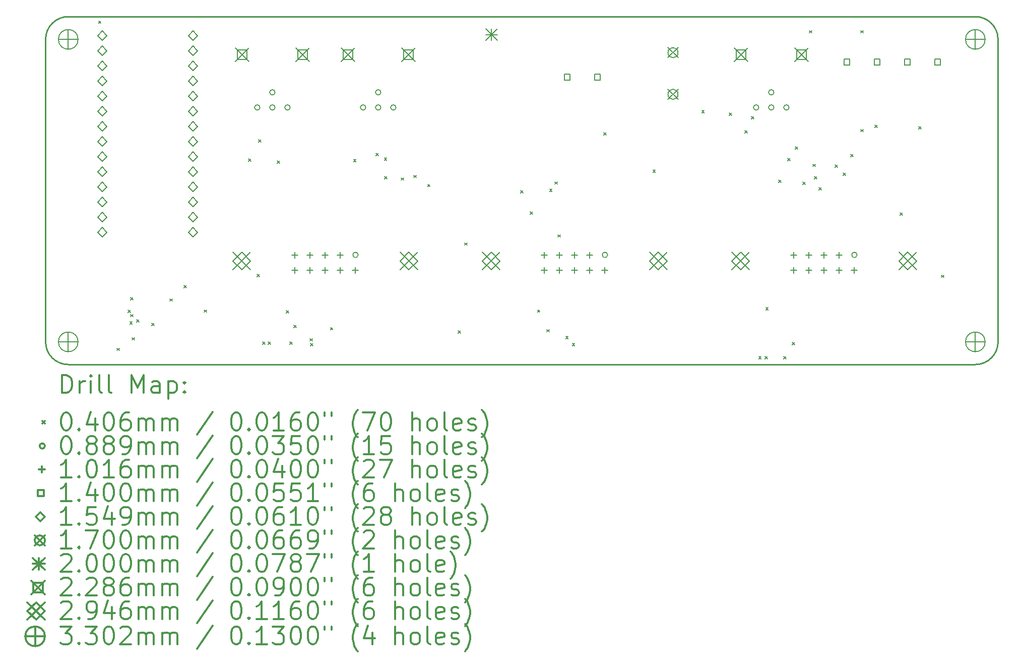
<source format=gbr>
%FSLAX45Y45*%
G04 Gerber Fmt 4.5, Leading zero omitted, Abs format (unit mm)*
G04 Created by KiCad (PCBNEW 5.1.10) date 2021-12-09 16:48:36*
%MOMM*%
%LPD*%
G01*
G04 APERTURE LIST*
%TA.AperFunction,Profile*%
%ADD10C,0.228600*%
%TD*%
%ADD11C,0.200000*%
%ADD12C,0.300000*%
G04 APERTURE END LIST*
D10*
X22479000Y-5080000D02*
G75*
G02*
X22860000Y-5461000I0J-381000D01*
G01*
X22860000Y-10541000D02*
G75*
G02*
X22479000Y-10922000I-381000J0D01*
G01*
X7239000Y-10922000D02*
G75*
G02*
X6858000Y-10541000I0J381000D01*
G01*
X6858000Y-5461000D02*
G75*
G02*
X7239000Y-5080000I381000J0D01*
G01*
X6858000Y-10541000D02*
X6858000Y-5461000D01*
X22479000Y-10922000D02*
X7239000Y-10922000D01*
X22860000Y-5461000D02*
X22860000Y-10541000D01*
X7239000Y-5080000D02*
X22479000Y-5080000D01*
D11*
X7748600Y-5151960D02*
X7789240Y-5192600D01*
X7789240Y-5151960D02*
X7748600Y-5192600D01*
X8056880Y-10647680D02*
X8097520Y-10688320D01*
X8097520Y-10647680D02*
X8056880Y-10688320D01*
X8243320Y-10010680D02*
X8283960Y-10051320D01*
X8283960Y-10010680D02*
X8243320Y-10051320D01*
X8273180Y-10199130D02*
X8313820Y-10239770D01*
X8313820Y-10199130D02*
X8273180Y-10239770D01*
X8283930Y-9797550D02*
X8324570Y-9838190D01*
X8324570Y-9797550D02*
X8283930Y-9838190D01*
X8285740Y-10079850D02*
X8326380Y-10120490D01*
X8326380Y-10079850D02*
X8285740Y-10120490D01*
X8310880Y-10469880D02*
X8351520Y-10510520D01*
X8351520Y-10469880D02*
X8310880Y-10510520D01*
X8384750Y-10171200D02*
X8425390Y-10211840D01*
X8425390Y-10171200D02*
X8384750Y-10211840D01*
X8640680Y-10227700D02*
X8681320Y-10268340D01*
X8681320Y-10227700D02*
X8640680Y-10268340D01*
X8946250Y-9816930D02*
X8986890Y-9857570D01*
X8986890Y-9816930D02*
X8946250Y-9857570D01*
X9182650Y-9593600D02*
X9223290Y-9634240D01*
X9223290Y-9593600D02*
X9182650Y-9634240D01*
X9522160Y-10003220D02*
X9562800Y-10043860D01*
X9562800Y-10003220D02*
X9522160Y-10043860D01*
X10265350Y-7470740D02*
X10305990Y-7511380D01*
X10305990Y-7470740D02*
X10265350Y-7511380D01*
X10412660Y-9405920D02*
X10453300Y-9446560D01*
X10453300Y-9405920D02*
X10412660Y-9446560D01*
X10438680Y-7148610D02*
X10479320Y-7189250D01*
X10479320Y-7148610D02*
X10438680Y-7189250D01*
X10503650Y-10542640D02*
X10544290Y-10583280D01*
X10544290Y-10542640D02*
X10503650Y-10583280D01*
X10600510Y-10543440D02*
X10641150Y-10584080D01*
X10641150Y-10543440D02*
X10600510Y-10584080D01*
X10749670Y-7499600D02*
X10790310Y-7540240D01*
X10790310Y-7499600D02*
X10749670Y-7540240D01*
X10902730Y-10014810D02*
X10943370Y-10055450D01*
X10943370Y-10014810D02*
X10902730Y-10055450D01*
X10960860Y-10542000D02*
X11001500Y-10582640D01*
X11001500Y-10542000D02*
X10960860Y-10582640D01*
X11031410Y-10260970D02*
X11072050Y-10301610D01*
X11072050Y-10260970D02*
X11031410Y-10301610D01*
X11299570Y-10486400D02*
X11340210Y-10527040D01*
X11340210Y-10486400D02*
X11299570Y-10527040D01*
X11305240Y-10567540D02*
X11345880Y-10608180D01*
X11345880Y-10567540D02*
X11305240Y-10608180D01*
X11642980Y-10300160D02*
X11683620Y-10340800D01*
X11683620Y-10300160D02*
X11642980Y-10340800D01*
X12033090Y-7476690D02*
X12073730Y-7517330D01*
X12073730Y-7476690D02*
X12033090Y-7517330D01*
X12411620Y-7376350D02*
X12452260Y-7416990D01*
X12452260Y-7376350D02*
X12411620Y-7416990D01*
X12548410Y-7453910D02*
X12589050Y-7494550D01*
X12589050Y-7453910D02*
X12548410Y-7494550D01*
X12552900Y-7762360D02*
X12593540Y-7803000D01*
X12593540Y-7762360D02*
X12552900Y-7803000D01*
X12832720Y-7785130D02*
X12873360Y-7825770D01*
X12873360Y-7785130D02*
X12832720Y-7825770D01*
X13041210Y-7743500D02*
X13081850Y-7784140D01*
X13081850Y-7743500D02*
X13041210Y-7784140D01*
X13276230Y-7894570D02*
X13316870Y-7935210D01*
X13316870Y-7894570D02*
X13276230Y-7935210D01*
X13789080Y-10352740D02*
X13829720Y-10393380D01*
X13829720Y-10352740D02*
X13789080Y-10393380D01*
X13896280Y-8878210D02*
X13936920Y-8918850D01*
X13936920Y-8878210D02*
X13896280Y-8918850D01*
X14838760Y-7999720D02*
X14879400Y-8040360D01*
X14879400Y-7999720D02*
X14838760Y-8040360D01*
X15001200Y-8354900D02*
X15041840Y-8395540D01*
X15041840Y-8354900D02*
X15001200Y-8395540D01*
X15122170Y-10003700D02*
X15162810Y-10044340D01*
X15162810Y-10003700D02*
X15122170Y-10044340D01*
X15280880Y-10334140D02*
X15321520Y-10374780D01*
X15321520Y-10334140D02*
X15280880Y-10374780D01*
X15325680Y-7973040D02*
X15366320Y-8013680D01*
X15366320Y-7973040D02*
X15325680Y-8013680D01*
X15416170Y-7853560D02*
X15456810Y-7894200D01*
X15456810Y-7853560D02*
X15416170Y-7894200D01*
X15467080Y-8741720D02*
X15507720Y-8782360D01*
X15507720Y-8741720D02*
X15467080Y-8782360D01*
X15596600Y-10448880D02*
X15637240Y-10489520D01*
X15637240Y-10448880D02*
X15596600Y-10489520D01*
X15707640Y-10563320D02*
X15748280Y-10603960D01*
X15748280Y-10563320D02*
X15707640Y-10603960D01*
X16236440Y-7025680D02*
X16277080Y-7066320D01*
X16277080Y-7025680D02*
X16236440Y-7066320D01*
X17062130Y-7654830D02*
X17102770Y-7695470D01*
X17102770Y-7654830D02*
X17062130Y-7695470D01*
X17882350Y-6658080D02*
X17922990Y-6698720D01*
X17922990Y-6658080D02*
X17882350Y-6698720D01*
X18345680Y-6696790D02*
X18386320Y-6737430D01*
X18386320Y-6696790D02*
X18345680Y-6737430D01*
X18607930Y-6990520D02*
X18648570Y-7031160D01*
X18648570Y-6990520D02*
X18607930Y-7031160D01*
X18718210Y-6754090D02*
X18758850Y-6794730D01*
X18758850Y-6754090D02*
X18718210Y-6794730D01*
X18839980Y-10786220D02*
X18880620Y-10826860D01*
X18880620Y-10786220D02*
X18839980Y-10826860D01*
X18945940Y-10784280D02*
X18986580Y-10824920D01*
X18986580Y-10784280D02*
X18945940Y-10824920D01*
X18957530Y-9967040D02*
X18998170Y-10007680D01*
X18998170Y-9967040D02*
X18957530Y-10007680D01*
X19173970Y-7822610D02*
X19214610Y-7863250D01*
X19214610Y-7822610D02*
X19173970Y-7863250D01*
X19257070Y-10783900D02*
X19297710Y-10824540D01*
X19297710Y-10783900D02*
X19257070Y-10824540D01*
X19325070Y-7459780D02*
X19365710Y-7500420D01*
X19365710Y-7459780D02*
X19325070Y-7500420D01*
X19405500Y-10550980D02*
X19446140Y-10591620D01*
X19446140Y-10550980D02*
X19405500Y-10591620D01*
X19456460Y-7267590D02*
X19497100Y-7308230D01*
X19497100Y-7267590D02*
X19456460Y-7308230D01*
X19581290Y-7859790D02*
X19621930Y-7900430D01*
X19621930Y-7859790D02*
X19581290Y-7900430D01*
X19690080Y-5313680D02*
X19730720Y-5354320D01*
X19730720Y-5313680D02*
X19690080Y-5354320D01*
X19751280Y-7557450D02*
X19791920Y-7598090D01*
X19791920Y-7557450D02*
X19751280Y-7598090D01*
X19776490Y-7763410D02*
X19817130Y-7804050D01*
X19817130Y-7763410D02*
X19776490Y-7804050D01*
X19849170Y-7947550D02*
X19889810Y-7988190D01*
X19889810Y-7947550D02*
X19849170Y-7988190D01*
X20119690Y-7571180D02*
X20160330Y-7611820D01*
X20160330Y-7571180D02*
X20119690Y-7611820D01*
X20256080Y-7703700D02*
X20296720Y-7744340D01*
X20296720Y-7703700D02*
X20256080Y-7744340D01*
X20384860Y-7394660D02*
X20425500Y-7435300D01*
X20425500Y-7394660D02*
X20384860Y-7435300D01*
X20553680Y-5313680D02*
X20594320Y-5354320D01*
X20594320Y-5313680D02*
X20553680Y-5354320D01*
X20555400Y-6972680D02*
X20596040Y-7013320D01*
X20596040Y-6972680D02*
X20555400Y-7013320D01*
X20792360Y-6899460D02*
X20833000Y-6940100D01*
X20833000Y-6899460D02*
X20792360Y-6940100D01*
X21215130Y-8372300D02*
X21255770Y-8412940D01*
X21255770Y-8372300D02*
X21215130Y-8412940D01*
X21525850Y-6927240D02*
X21566490Y-6967880D01*
X21566490Y-6927240D02*
X21525850Y-6967880D01*
X21909740Y-9419350D02*
X21950380Y-9459990D01*
X21950380Y-9419350D02*
X21909740Y-9459990D01*
X10458450Y-6604000D02*
G75*
G03*
X10458450Y-6604000I-44450J0D01*
G01*
X10712450Y-6350000D02*
G75*
G03*
X10712450Y-6350000I-44450J0D01*
G01*
X10712450Y-6604000D02*
G75*
G03*
X10712450Y-6604000I-44450J0D01*
G01*
X10966450Y-6604000D02*
G75*
G03*
X10966450Y-6604000I-44450J0D01*
G01*
X12109450Y-9080500D02*
G75*
G03*
X12109450Y-9080500I-44450J0D01*
G01*
X12236450Y-6604000D02*
G75*
G03*
X12236450Y-6604000I-44450J0D01*
G01*
X12490450Y-6350000D02*
G75*
G03*
X12490450Y-6350000I-44450J0D01*
G01*
X12490450Y-6604000D02*
G75*
G03*
X12490450Y-6604000I-44450J0D01*
G01*
X12744450Y-6604000D02*
G75*
G03*
X12744450Y-6604000I-44450J0D01*
G01*
X16300450Y-9080500D02*
G75*
G03*
X16300450Y-9080500I-44450J0D01*
G01*
X18840450Y-6604000D02*
G75*
G03*
X18840450Y-6604000I-44450J0D01*
G01*
X19094450Y-6350000D02*
G75*
G03*
X19094450Y-6350000I-44450J0D01*
G01*
X19094450Y-6604000D02*
G75*
G03*
X19094450Y-6604000I-44450J0D01*
G01*
X19348450Y-6604000D02*
G75*
G03*
X19348450Y-6604000I-44450J0D01*
G01*
X20491450Y-9080500D02*
G75*
G03*
X20491450Y-9080500I-44450J0D01*
G01*
X11049000Y-9029700D02*
X11049000Y-9131300D01*
X10998200Y-9080500D02*
X11099800Y-9080500D01*
X11049000Y-9283700D02*
X11049000Y-9385300D01*
X10998200Y-9334500D02*
X11099800Y-9334500D01*
X11303000Y-9029700D02*
X11303000Y-9131300D01*
X11252200Y-9080500D02*
X11353800Y-9080500D01*
X11303000Y-9283700D02*
X11303000Y-9385300D01*
X11252200Y-9334500D02*
X11353800Y-9334500D01*
X11557000Y-9029700D02*
X11557000Y-9131300D01*
X11506200Y-9080500D02*
X11607800Y-9080500D01*
X11557000Y-9283700D02*
X11557000Y-9385300D01*
X11506200Y-9334500D02*
X11607800Y-9334500D01*
X11811000Y-9029700D02*
X11811000Y-9131300D01*
X11760200Y-9080500D02*
X11861800Y-9080500D01*
X11811000Y-9283700D02*
X11811000Y-9385300D01*
X11760200Y-9334500D02*
X11861800Y-9334500D01*
X12065000Y-9283700D02*
X12065000Y-9385300D01*
X12014200Y-9334500D02*
X12115800Y-9334500D01*
X15240000Y-9029700D02*
X15240000Y-9131300D01*
X15189200Y-9080500D02*
X15290800Y-9080500D01*
X15240000Y-9283700D02*
X15240000Y-9385300D01*
X15189200Y-9334500D02*
X15290800Y-9334500D01*
X15494000Y-9029700D02*
X15494000Y-9131300D01*
X15443200Y-9080500D02*
X15544800Y-9080500D01*
X15494000Y-9283700D02*
X15494000Y-9385300D01*
X15443200Y-9334500D02*
X15544800Y-9334500D01*
X15748000Y-9029700D02*
X15748000Y-9131300D01*
X15697200Y-9080500D02*
X15798800Y-9080500D01*
X15748000Y-9283700D02*
X15748000Y-9385300D01*
X15697200Y-9334500D02*
X15798800Y-9334500D01*
X16002000Y-9029700D02*
X16002000Y-9131300D01*
X15951200Y-9080500D02*
X16052800Y-9080500D01*
X16002000Y-9283700D02*
X16002000Y-9385300D01*
X15951200Y-9334500D02*
X16052800Y-9334500D01*
X16256000Y-9283700D02*
X16256000Y-9385300D01*
X16205200Y-9334500D02*
X16306800Y-9334500D01*
X19431000Y-9029700D02*
X19431000Y-9131300D01*
X19380200Y-9080500D02*
X19481800Y-9080500D01*
X19431000Y-9283700D02*
X19431000Y-9385300D01*
X19380200Y-9334500D02*
X19481800Y-9334500D01*
X19685000Y-9029700D02*
X19685000Y-9131300D01*
X19634200Y-9080500D02*
X19735800Y-9080500D01*
X19685000Y-9283700D02*
X19685000Y-9385300D01*
X19634200Y-9334500D02*
X19735800Y-9334500D01*
X19939000Y-9029700D02*
X19939000Y-9131300D01*
X19888200Y-9080500D02*
X19989800Y-9080500D01*
X19939000Y-9283700D02*
X19939000Y-9385300D01*
X19888200Y-9334500D02*
X19989800Y-9334500D01*
X20193000Y-9029700D02*
X20193000Y-9131300D01*
X20142200Y-9080500D02*
X20243800Y-9080500D01*
X20193000Y-9283700D02*
X20193000Y-9385300D01*
X20142200Y-9334500D02*
X20243800Y-9334500D01*
X20447000Y-9283700D02*
X20447000Y-9385300D01*
X20396200Y-9334500D02*
X20497800Y-9334500D01*
X15670498Y-6145498D02*
X15670498Y-6046502D01*
X15571502Y-6046502D01*
X15571502Y-6145498D01*
X15670498Y-6145498D01*
X16178498Y-6145498D02*
X16178498Y-6046502D01*
X16079502Y-6046502D01*
X16079502Y-6145498D01*
X16178498Y-6145498D01*
X20369498Y-5891498D02*
X20369498Y-5792502D01*
X20270502Y-5792502D01*
X20270502Y-5891498D01*
X20369498Y-5891498D01*
X20877498Y-5891498D02*
X20877498Y-5792502D01*
X20778502Y-5792502D01*
X20778502Y-5891498D01*
X20877498Y-5891498D01*
X21385498Y-5891498D02*
X21385498Y-5792502D01*
X21286502Y-5792502D01*
X21286502Y-5891498D01*
X21385498Y-5891498D01*
X21893498Y-5891498D02*
X21893498Y-5792502D01*
X21794502Y-5792502D01*
X21794502Y-5891498D01*
X21893498Y-5891498D01*
X7810500Y-5474970D02*
X7887970Y-5397500D01*
X7810500Y-5320030D01*
X7733030Y-5397500D01*
X7810500Y-5474970D01*
X7810500Y-5728970D02*
X7887970Y-5651500D01*
X7810500Y-5574030D01*
X7733030Y-5651500D01*
X7810500Y-5728970D01*
X7810500Y-5982970D02*
X7887970Y-5905500D01*
X7810500Y-5828030D01*
X7733030Y-5905500D01*
X7810500Y-5982970D01*
X7810500Y-6236970D02*
X7887970Y-6159500D01*
X7810500Y-6082030D01*
X7733030Y-6159500D01*
X7810500Y-6236970D01*
X7810500Y-6490970D02*
X7887970Y-6413500D01*
X7810500Y-6336030D01*
X7733030Y-6413500D01*
X7810500Y-6490970D01*
X7810500Y-6744970D02*
X7887970Y-6667500D01*
X7810500Y-6590030D01*
X7733030Y-6667500D01*
X7810500Y-6744970D01*
X7810500Y-6998970D02*
X7887970Y-6921500D01*
X7810500Y-6844030D01*
X7733030Y-6921500D01*
X7810500Y-6998970D01*
X7810500Y-7252970D02*
X7887970Y-7175500D01*
X7810500Y-7098030D01*
X7733030Y-7175500D01*
X7810500Y-7252970D01*
X7810500Y-7506970D02*
X7887970Y-7429500D01*
X7810500Y-7352030D01*
X7733030Y-7429500D01*
X7810500Y-7506970D01*
X7810500Y-7760970D02*
X7887970Y-7683500D01*
X7810500Y-7606030D01*
X7733030Y-7683500D01*
X7810500Y-7760970D01*
X7810500Y-8014970D02*
X7887970Y-7937500D01*
X7810500Y-7860030D01*
X7733030Y-7937500D01*
X7810500Y-8014970D01*
X7810500Y-8268970D02*
X7887970Y-8191500D01*
X7810500Y-8114030D01*
X7733030Y-8191500D01*
X7810500Y-8268970D01*
X7810500Y-8522970D02*
X7887970Y-8445500D01*
X7810500Y-8368030D01*
X7733030Y-8445500D01*
X7810500Y-8522970D01*
X7810500Y-8776970D02*
X7887970Y-8699500D01*
X7810500Y-8622030D01*
X7733030Y-8699500D01*
X7810500Y-8776970D01*
X9334500Y-5474970D02*
X9411970Y-5397500D01*
X9334500Y-5320030D01*
X9257030Y-5397500D01*
X9334500Y-5474970D01*
X9334500Y-5728970D02*
X9411970Y-5651500D01*
X9334500Y-5574030D01*
X9257030Y-5651500D01*
X9334500Y-5728970D01*
X9334500Y-5982970D02*
X9411970Y-5905500D01*
X9334500Y-5828030D01*
X9257030Y-5905500D01*
X9334500Y-5982970D01*
X9334500Y-6236970D02*
X9411970Y-6159500D01*
X9334500Y-6082030D01*
X9257030Y-6159500D01*
X9334500Y-6236970D01*
X9334500Y-6490970D02*
X9411970Y-6413500D01*
X9334500Y-6336030D01*
X9257030Y-6413500D01*
X9334500Y-6490970D01*
X9334500Y-6744970D02*
X9411970Y-6667500D01*
X9334500Y-6590030D01*
X9257030Y-6667500D01*
X9334500Y-6744970D01*
X9334500Y-6998970D02*
X9411970Y-6921500D01*
X9334500Y-6844030D01*
X9257030Y-6921500D01*
X9334500Y-6998970D01*
X9334500Y-7252970D02*
X9411970Y-7175500D01*
X9334500Y-7098030D01*
X9257030Y-7175500D01*
X9334500Y-7252970D01*
X9334500Y-7506970D02*
X9411970Y-7429500D01*
X9334500Y-7352030D01*
X9257030Y-7429500D01*
X9334500Y-7506970D01*
X9334500Y-7760970D02*
X9411970Y-7683500D01*
X9334500Y-7606030D01*
X9257030Y-7683500D01*
X9334500Y-7760970D01*
X9334500Y-8014970D02*
X9411970Y-7937500D01*
X9334500Y-7860030D01*
X9257030Y-7937500D01*
X9334500Y-8014970D01*
X9334500Y-8268970D02*
X9411970Y-8191500D01*
X9334500Y-8114030D01*
X9257030Y-8191500D01*
X9334500Y-8268970D01*
X9334500Y-8522970D02*
X9411970Y-8445500D01*
X9334500Y-8368030D01*
X9257030Y-8445500D01*
X9334500Y-8522970D01*
X9334500Y-8776970D02*
X9411970Y-8699500D01*
X9334500Y-8622030D01*
X9257030Y-8699500D01*
X9334500Y-8776970D01*
X17314000Y-5599000D02*
X17484000Y-5769000D01*
X17484000Y-5599000D02*
X17314000Y-5769000D01*
X17484000Y-5684000D02*
G75*
G03*
X17484000Y-5684000I-85000J0D01*
G01*
X17314000Y-6299000D02*
X17484000Y-6469000D01*
X17484000Y-6299000D02*
X17314000Y-6469000D01*
X17484000Y-6384000D02*
G75*
G03*
X17484000Y-6384000I-85000J0D01*
G01*
X14251000Y-5280000D02*
X14451000Y-5480000D01*
X14451000Y-5280000D02*
X14251000Y-5480000D01*
X14351000Y-5280000D02*
X14351000Y-5480000D01*
X14251000Y-5380000D02*
X14451000Y-5380000D01*
X10045700Y-5600700D02*
X10274300Y-5829300D01*
X10274300Y-5600700D02*
X10045700Y-5829300D01*
X10240823Y-5795823D02*
X10240823Y-5634177D01*
X10079177Y-5634177D01*
X10079177Y-5795823D01*
X10240823Y-5795823D01*
X11061700Y-5600700D02*
X11290300Y-5829300D01*
X11290300Y-5600700D02*
X11061700Y-5829300D01*
X11256823Y-5795823D02*
X11256823Y-5634177D01*
X11095177Y-5634177D01*
X11095177Y-5795823D01*
X11256823Y-5795823D01*
X11823700Y-5600700D02*
X12052300Y-5829300D01*
X12052300Y-5600700D02*
X11823700Y-5829300D01*
X12018823Y-5795823D02*
X12018823Y-5634177D01*
X11857177Y-5634177D01*
X11857177Y-5795823D01*
X12018823Y-5795823D01*
X12839700Y-5600700D02*
X13068300Y-5829300D01*
X13068300Y-5600700D02*
X12839700Y-5829300D01*
X13034823Y-5795823D02*
X13034823Y-5634177D01*
X12873177Y-5634177D01*
X12873177Y-5795823D01*
X13034823Y-5795823D01*
X18427700Y-5600700D02*
X18656300Y-5829300D01*
X18656300Y-5600700D02*
X18427700Y-5829300D01*
X18622823Y-5795823D02*
X18622823Y-5634177D01*
X18461177Y-5634177D01*
X18461177Y-5795823D01*
X18622823Y-5795823D01*
X19443700Y-5600700D02*
X19672300Y-5829300D01*
X19672300Y-5600700D02*
X19443700Y-5829300D01*
X19638823Y-5795823D02*
X19638823Y-5634177D01*
X19477177Y-5634177D01*
X19477177Y-5795823D01*
X19638823Y-5795823D01*
X10006330Y-9034780D02*
X10300970Y-9329420D01*
X10300970Y-9034780D02*
X10006330Y-9329420D01*
X10153650Y-9329420D02*
X10300970Y-9182100D01*
X10153650Y-9034780D01*
X10006330Y-9182100D01*
X10153650Y-9329420D01*
X12813030Y-9034780D02*
X13107670Y-9329420D01*
X13107670Y-9034780D02*
X12813030Y-9329420D01*
X12960350Y-9329420D02*
X13107670Y-9182100D01*
X12960350Y-9034780D01*
X12813030Y-9182100D01*
X12960350Y-9329420D01*
X14197330Y-9034780D02*
X14491970Y-9329420D01*
X14491970Y-9034780D02*
X14197330Y-9329420D01*
X14344650Y-9329420D02*
X14491970Y-9182100D01*
X14344650Y-9034780D01*
X14197330Y-9182100D01*
X14344650Y-9329420D01*
X17004030Y-9034780D02*
X17298670Y-9329420D01*
X17298670Y-9034780D02*
X17004030Y-9329420D01*
X17151350Y-9329420D02*
X17298670Y-9182100D01*
X17151350Y-9034780D01*
X17004030Y-9182100D01*
X17151350Y-9329420D01*
X18388330Y-9034780D02*
X18682970Y-9329420D01*
X18682970Y-9034780D02*
X18388330Y-9329420D01*
X18535650Y-9329420D02*
X18682970Y-9182100D01*
X18535650Y-9034780D01*
X18388330Y-9182100D01*
X18535650Y-9329420D01*
X21195030Y-9034780D02*
X21489670Y-9329420D01*
X21489670Y-9034780D02*
X21195030Y-9329420D01*
X21342350Y-9329420D02*
X21489670Y-9182100D01*
X21342350Y-9034780D01*
X21195030Y-9182100D01*
X21342350Y-9329420D01*
X7239000Y-5295900D02*
X7239000Y-5626100D01*
X7073900Y-5461000D02*
X7404100Y-5461000D01*
X7404100Y-5461000D02*
G75*
G03*
X7404100Y-5461000I-165100J0D01*
G01*
X7239000Y-10375900D02*
X7239000Y-10706100D01*
X7073900Y-10541000D02*
X7404100Y-10541000D01*
X7404100Y-10541000D02*
G75*
G03*
X7404100Y-10541000I-165100J0D01*
G01*
X22479000Y-5295900D02*
X22479000Y-5626100D01*
X22313900Y-5461000D02*
X22644100Y-5461000D01*
X22644100Y-5461000D02*
G75*
G03*
X22644100Y-5461000I-165100J0D01*
G01*
X22479000Y-10375900D02*
X22479000Y-10706100D01*
X22313900Y-10541000D02*
X22644100Y-10541000D01*
X22644100Y-10541000D02*
G75*
G03*
X22644100Y-10541000I-165100J0D01*
G01*
D12*
X7132998Y-11399144D02*
X7132998Y-11099144D01*
X7204427Y-11099144D01*
X7247284Y-11113430D01*
X7275856Y-11142002D01*
X7290141Y-11170573D01*
X7304427Y-11227716D01*
X7304427Y-11270573D01*
X7290141Y-11327716D01*
X7275856Y-11356287D01*
X7247284Y-11384859D01*
X7204427Y-11399144D01*
X7132998Y-11399144D01*
X7432998Y-11399144D02*
X7432998Y-11199144D01*
X7432998Y-11256287D02*
X7447284Y-11227716D01*
X7461570Y-11213430D01*
X7490141Y-11199144D01*
X7518713Y-11199144D01*
X7618713Y-11399144D02*
X7618713Y-11199144D01*
X7618713Y-11099144D02*
X7604427Y-11113430D01*
X7618713Y-11127716D01*
X7632998Y-11113430D01*
X7618713Y-11099144D01*
X7618713Y-11127716D01*
X7804427Y-11399144D02*
X7775856Y-11384859D01*
X7761570Y-11356287D01*
X7761570Y-11099144D01*
X7961570Y-11399144D02*
X7932998Y-11384859D01*
X7918713Y-11356287D01*
X7918713Y-11099144D01*
X8304427Y-11399144D02*
X8304427Y-11099144D01*
X8404427Y-11313430D01*
X8504427Y-11099144D01*
X8504427Y-11399144D01*
X8775856Y-11399144D02*
X8775856Y-11242001D01*
X8761570Y-11213430D01*
X8732998Y-11199144D01*
X8675856Y-11199144D01*
X8647284Y-11213430D01*
X8775856Y-11384859D02*
X8747284Y-11399144D01*
X8675856Y-11399144D01*
X8647284Y-11384859D01*
X8632998Y-11356287D01*
X8632998Y-11327716D01*
X8647284Y-11299144D01*
X8675856Y-11284859D01*
X8747284Y-11284859D01*
X8775856Y-11270573D01*
X8918713Y-11199144D02*
X8918713Y-11499144D01*
X8918713Y-11213430D02*
X8947284Y-11199144D01*
X9004427Y-11199144D01*
X9032998Y-11213430D01*
X9047284Y-11227716D01*
X9061570Y-11256287D01*
X9061570Y-11342001D01*
X9047284Y-11370573D01*
X9032998Y-11384859D01*
X9004427Y-11399144D01*
X8947284Y-11399144D01*
X8918713Y-11384859D01*
X9190141Y-11370573D02*
X9204427Y-11384859D01*
X9190141Y-11399144D01*
X9175856Y-11384859D01*
X9190141Y-11370573D01*
X9190141Y-11399144D01*
X9190141Y-11213430D02*
X9204427Y-11227716D01*
X9190141Y-11242001D01*
X9175856Y-11227716D01*
X9190141Y-11213430D01*
X9190141Y-11242001D01*
X6805930Y-11873110D02*
X6846570Y-11913750D01*
X6846570Y-11873110D02*
X6805930Y-11913750D01*
X7190141Y-11729144D02*
X7218713Y-11729144D01*
X7247284Y-11743430D01*
X7261570Y-11757716D01*
X7275856Y-11786287D01*
X7290141Y-11843430D01*
X7290141Y-11914859D01*
X7275856Y-11972001D01*
X7261570Y-12000573D01*
X7247284Y-12014859D01*
X7218713Y-12029144D01*
X7190141Y-12029144D01*
X7161570Y-12014859D01*
X7147284Y-12000573D01*
X7132998Y-11972001D01*
X7118713Y-11914859D01*
X7118713Y-11843430D01*
X7132998Y-11786287D01*
X7147284Y-11757716D01*
X7161570Y-11743430D01*
X7190141Y-11729144D01*
X7418713Y-12000573D02*
X7432998Y-12014859D01*
X7418713Y-12029144D01*
X7404427Y-12014859D01*
X7418713Y-12000573D01*
X7418713Y-12029144D01*
X7690141Y-11829144D02*
X7690141Y-12029144D01*
X7618713Y-11714859D02*
X7547284Y-11929144D01*
X7732998Y-11929144D01*
X7904427Y-11729144D02*
X7932998Y-11729144D01*
X7961570Y-11743430D01*
X7975856Y-11757716D01*
X7990141Y-11786287D01*
X8004427Y-11843430D01*
X8004427Y-11914859D01*
X7990141Y-11972001D01*
X7975856Y-12000573D01*
X7961570Y-12014859D01*
X7932998Y-12029144D01*
X7904427Y-12029144D01*
X7875856Y-12014859D01*
X7861570Y-12000573D01*
X7847284Y-11972001D01*
X7832998Y-11914859D01*
X7832998Y-11843430D01*
X7847284Y-11786287D01*
X7861570Y-11757716D01*
X7875856Y-11743430D01*
X7904427Y-11729144D01*
X8261570Y-11729144D02*
X8204427Y-11729144D01*
X8175856Y-11743430D01*
X8161570Y-11757716D01*
X8132998Y-11800573D01*
X8118713Y-11857716D01*
X8118713Y-11972001D01*
X8132998Y-12000573D01*
X8147284Y-12014859D01*
X8175856Y-12029144D01*
X8232998Y-12029144D01*
X8261570Y-12014859D01*
X8275856Y-12000573D01*
X8290141Y-11972001D01*
X8290141Y-11900573D01*
X8275856Y-11872001D01*
X8261570Y-11857716D01*
X8232998Y-11843430D01*
X8175856Y-11843430D01*
X8147284Y-11857716D01*
X8132998Y-11872001D01*
X8118713Y-11900573D01*
X8418713Y-12029144D02*
X8418713Y-11829144D01*
X8418713Y-11857716D02*
X8432998Y-11843430D01*
X8461570Y-11829144D01*
X8504427Y-11829144D01*
X8532998Y-11843430D01*
X8547284Y-11872001D01*
X8547284Y-12029144D01*
X8547284Y-11872001D02*
X8561570Y-11843430D01*
X8590141Y-11829144D01*
X8632998Y-11829144D01*
X8661570Y-11843430D01*
X8675856Y-11872001D01*
X8675856Y-12029144D01*
X8818713Y-12029144D02*
X8818713Y-11829144D01*
X8818713Y-11857716D02*
X8832998Y-11843430D01*
X8861570Y-11829144D01*
X8904427Y-11829144D01*
X8932998Y-11843430D01*
X8947284Y-11872001D01*
X8947284Y-12029144D01*
X8947284Y-11872001D02*
X8961570Y-11843430D01*
X8990141Y-11829144D01*
X9032998Y-11829144D01*
X9061570Y-11843430D01*
X9075856Y-11872001D01*
X9075856Y-12029144D01*
X9661570Y-11714859D02*
X9404427Y-12100573D01*
X10047284Y-11729144D02*
X10075856Y-11729144D01*
X10104427Y-11743430D01*
X10118713Y-11757716D01*
X10132998Y-11786287D01*
X10147284Y-11843430D01*
X10147284Y-11914859D01*
X10132998Y-11972001D01*
X10118713Y-12000573D01*
X10104427Y-12014859D01*
X10075856Y-12029144D01*
X10047284Y-12029144D01*
X10018713Y-12014859D01*
X10004427Y-12000573D01*
X9990141Y-11972001D01*
X9975856Y-11914859D01*
X9975856Y-11843430D01*
X9990141Y-11786287D01*
X10004427Y-11757716D01*
X10018713Y-11743430D01*
X10047284Y-11729144D01*
X10275856Y-12000573D02*
X10290141Y-12014859D01*
X10275856Y-12029144D01*
X10261570Y-12014859D01*
X10275856Y-12000573D01*
X10275856Y-12029144D01*
X10475856Y-11729144D02*
X10504427Y-11729144D01*
X10532998Y-11743430D01*
X10547284Y-11757716D01*
X10561570Y-11786287D01*
X10575856Y-11843430D01*
X10575856Y-11914859D01*
X10561570Y-11972001D01*
X10547284Y-12000573D01*
X10532998Y-12014859D01*
X10504427Y-12029144D01*
X10475856Y-12029144D01*
X10447284Y-12014859D01*
X10432998Y-12000573D01*
X10418713Y-11972001D01*
X10404427Y-11914859D01*
X10404427Y-11843430D01*
X10418713Y-11786287D01*
X10432998Y-11757716D01*
X10447284Y-11743430D01*
X10475856Y-11729144D01*
X10861570Y-12029144D02*
X10690141Y-12029144D01*
X10775856Y-12029144D02*
X10775856Y-11729144D01*
X10747284Y-11772001D01*
X10718713Y-11800573D01*
X10690141Y-11814859D01*
X11118713Y-11729144D02*
X11061570Y-11729144D01*
X11032998Y-11743430D01*
X11018713Y-11757716D01*
X10990141Y-11800573D01*
X10975856Y-11857716D01*
X10975856Y-11972001D01*
X10990141Y-12000573D01*
X11004427Y-12014859D01*
X11032998Y-12029144D01*
X11090141Y-12029144D01*
X11118713Y-12014859D01*
X11132998Y-12000573D01*
X11147284Y-11972001D01*
X11147284Y-11900573D01*
X11132998Y-11872001D01*
X11118713Y-11857716D01*
X11090141Y-11843430D01*
X11032998Y-11843430D01*
X11004427Y-11857716D01*
X10990141Y-11872001D01*
X10975856Y-11900573D01*
X11332998Y-11729144D02*
X11361570Y-11729144D01*
X11390141Y-11743430D01*
X11404427Y-11757716D01*
X11418713Y-11786287D01*
X11432998Y-11843430D01*
X11432998Y-11914859D01*
X11418713Y-11972001D01*
X11404427Y-12000573D01*
X11390141Y-12014859D01*
X11361570Y-12029144D01*
X11332998Y-12029144D01*
X11304427Y-12014859D01*
X11290141Y-12000573D01*
X11275856Y-11972001D01*
X11261570Y-11914859D01*
X11261570Y-11843430D01*
X11275856Y-11786287D01*
X11290141Y-11757716D01*
X11304427Y-11743430D01*
X11332998Y-11729144D01*
X11547284Y-11729144D02*
X11547284Y-11786287D01*
X11661570Y-11729144D02*
X11661570Y-11786287D01*
X12104427Y-12143430D02*
X12090141Y-12129144D01*
X12061570Y-12086287D01*
X12047284Y-12057716D01*
X12032998Y-12014859D01*
X12018713Y-11943430D01*
X12018713Y-11886287D01*
X12032998Y-11814859D01*
X12047284Y-11772001D01*
X12061570Y-11743430D01*
X12090141Y-11700573D01*
X12104427Y-11686287D01*
X12190141Y-11729144D02*
X12390141Y-11729144D01*
X12261570Y-12029144D01*
X12561570Y-11729144D02*
X12590141Y-11729144D01*
X12618713Y-11743430D01*
X12632998Y-11757716D01*
X12647284Y-11786287D01*
X12661570Y-11843430D01*
X12661570Y-11914859D01*
X12647284Y-11972001D01*
X12632998Y-12000573D01*
X12618713Y-12014859D01*
X12590141Y-12029144D01*
X12561570Y-12029144D01*
X12532998Y-12014859D01*
X12518713Y-12000573D01*
X12504427Y-11972001D01*
X12490141Y-11914859D01*
X12490141Y-11843430D01*
X12504427Y-11786287D01*
X12518713Y-11757716D01*
X12532998Y-11743430D01*
X12561570Y-11729144D01*
X13018713Y-12029144D02*
X13018713Y-11729144D01*
X13147284Y-12029144D02*
X13147284Y-11872001D01*
X13132998Y-11843430D01*
X13104427Y-11829144D01*
X13061570Y-11829144D01*
X13032998Y-11843430D01*
X13018713Y-11857716D01*
X13332998Y-12029144D02*
X13304427Y-12014859D01*
X13290141Y-12000573D01*
X13275856Y-11972001D01*
X13275856Y-11886287D01*
X13290141Y-11857716D01*
X13304427Y-11843430D01*
X13332998Y-11829144D01*
X13375856Y-11829144D01*
X13404427Y-11843430D01*
X13418713Y-11857716D01*
X13432998Y-11886287D01*
X13432998Y-11972001D01*
X13418713Y-12000573D01*
X13404427Y-12014859D01*
X13375856Y-12029144D01*
X13332998Y-12029144D01*
X13604427Y-12029144D02*
X13575856Y-12014859D01*
X13561570Y-11986287D01*
X13561570Y-11729144D01*
X13832998Y-12014859D02*
X13804427Y-12029144D01*
X13747284Y-12029144D01*
X13718713Y-12014859D01*
X13704427Y-11986287D01*
X13704427Y-11872001D01*
X13718713Y-11843430D01*
X13747284Y-11829144D01*
X13804427Y-11829144D01*
X13832998Y-11843430D01*
X13847284Y-11872001D01*
X13847284Y-11900573D01*
X13704427Y-11929144D01*
X13961570Y-12014859D02*
X13990141Y-12029144D01*
X14047284Y-12029144D01*
X14075856Y-12014859D01*
X14090141Y-11986287D01*
X14090141Y-11972001D01*
X14075856Y-11943430D01*
X14047284Y-11929144D01*
X14004427Y-11929144D01*
X13975856Y-11914859D01*
X13961570Y-11886287D01*
X13961570Y-11872001D01*
X13975856Y-11843430D01*
X14004427Y-11829144D01*
X14047284Y-11829144D01*
X14075856Y-11843430D01*
X14190141Y-12143430D02*
X14204427Y-12129144D01*
X14232998Y-12086287D01*
X14247284Y-12057716D01*
X14261570Y-12014859D01*
X14275856Y-11943430D01*
X14275856Y-11886287D01*
X14261570Y-11814859D01*
X14247284Y-11772001D01*
X14232998Y-11743430D01*
X14204427Y-11700573D01*
X14190141Y-11686287D01*
X6846570Y-12289430D02*
G75*
G03*
X6846570Y-12289430I-44450J0D01*
G01*
X7190141Y-12125144D02*
X7218713Y-12125144D01*
X7247284Y-12139430D01*
X7261570Y-12153716D01*
X7275856Y-12182287D01*
X7290141Y-12239430D01*
X7290141Y-12310859D01*
X7275856Y-12368001D01*
X7261570Y-12396573D01*
X7247284Y-12410859D01*
X7218713Y-12425144D01*
X7190141Y-12425144D01*
X7161570Y-12410859D01*
X7147284Y-12396573D01*
X7132998Y-12368001D01*
X7118713Y-12310859D01*
X7118713Y-12239430D01*
X7132998Y-12182287D01*
X7147284Y-12153716D01*
X7161570Y-12139430D01*
X7190141Y-12125144D01*
X7418713Y-12396573D02*
X7432998Y-12410859D01*
X7418713Y-12425144D01*
X7404427Y-12410859D01*
X7418713Y-12396573D01*
X7418713Y-12425144D01*
X7604427Y-12253716D02*
X7575856Y-12239430D01*
X7561570Y-12225144D01*
X7547284Y-12196573D01*
X7547284Y-12182287D01*
X7561570Y-12153716D01*
X7575856Y-12139430D01*
X7604427Y-12125144D01*
X7661570Y-12125144D01*
X7690141Y-12139430D01*
X7704427Y-12153716D01*
X7718713Y-12182287D01*
X7718713Y-12196573D01*
X7704427Y-12225144D01*
X7690141Y-12239430D01*
X7661570Y-12253716D01*
X7604427Y-12253716D01*
X7575856Y-12268001D01*
X7561570Y-12282287D01*
X7547284Y-12310859D01*
X7547284Y-12368001D01*
X7561570Y-12396573D01*
X7575856Y-12410859D01*
X7604427Y-12425144D01*
X7661570Y-12425144D01*
X7690141Y-12410859D01*
X7704427Y-12396573D01*
X7718713Y-12368001D01*
X7718713Y-12310859D01*
X7704427Y-12282287D01*
X7690141Y-12268001D01*
X7661570Y-12253716D01*
X7890141Y-12253716D02*
X7861570Y-12239430D01*
X7847284Y-12225144D01*
X7832998Y-12196573D01*
X7832998Y-12182287D01*
X7847284Y-12153716D01*
X7861570Y-12139430D01*
X7890141Y-12125144D01*
X7947284Y-12125144D01*
X7975856Y-12139430D01*
X7990141Y-12153716D01*
X8004427Y-12182287D01*
X8004427Y-12196573D01*
X7990141Y-12225144D01*
X7975856Y-12239430D01*
X7947284Y-12253716D01*
X7890141Y-12253716D01*
X7861570Y-12268001D01*
X7847284Y-12282287D01*
X7832998Y-12310859D01*
X7832998Y-12368001D01*
X7847284Y-12396573D01*
X7861570Y-12410859D01*
X7890141Y-12425144D01*
X7947284Y-12425144D01*
X7975856Y-12410859D01*
X7990141Y-12396573D01*
X8004427Y-12368001D01*
X8004427Y-12310859D01*
X7990141Y-12282287D01*
X7975856Y-12268001D01*
X7947284Y-12253716D01*
X8147284Y-12425144D02*
X8204427Y-12425144D01*
X8232998Y-12410859D01*
X8247284Y-12396573D01*
X8275856Y-12353716D01*
X8290141Y-12296573D01*
X8290141Y-12182287D01*
X8275856Y-12153716D01*
X8261570Y-12139430D01*
X8232998Y-12125144D01*
X8175856Y-12125144D01*
X8147284Y-12139430D01*
X8132998Y-12153716D01*
X8118713Y-12182287D01*
X8118713Y-12253716D01*
X8132998Y-12282287D01*
X8147284Y-12296573D01*
X8175856Y-12310859D01*
X8232998Y-12310859D01*
X8261570Y-12296573D01*
X8275856Y-12282287D01*
X8290141Y-12253716D01*
X8418713Y-12425144D02*
X8418713Y-12225144D01*
X8418713Y-12253716D02*
X8432998Y-12239430D01*
X8461570Y-12225144D01*
X8504427Y-12225144D01*
X8532998Y-12239430D01*
X8547284Y-12268001D01*
X8547284Y-12425144D01*
X8547284Y-12268001D02*
X8561570Y-12239430D01*
X8590141Y-12225144D01*
X8632998Y-12225144D01*
X8661570Y-12239430D01*
X8675856Y-12268001D01*
X8675856Y-12425144D01*
X8818713Y-12425144D02*
X8818713Y-12225144D01*
X8818713Y-12253716D02*
X8832998Y-12239430D01*
X8861570Y-12225144D01*
X8904427Y-12225144D01*
X8932998Y-12239430D01*
X8947284Y-12268001D01*
X8947284Y-12425144D01*
X8947284Y-12268001D02*
X8961570Y-12239430D01*
X8990141Y-12225144D01*
X9032998Y-12225144D01*
X9061570Y-12239430D01*
X9075856Y-12268001D01*
X9075856Y-12425144D01*
X9661570Y-12110859D02*
X9404427Y-12496573D01*
X10047284Y-12125144D02*
X10075856Y-12125144D01*
X10104427Y-12139430D01*
X10118713Y-12153716D01*
X10132998Y-12182287D01*
X10147284Y-12239430D01*
X10147284Y-12310859D01*
X10132998Y-12368001D01*
X10118713Y-12396573D01*
X10104427Y-12410859D01*
X10075856Y-12425144D01*
X10047284Y-12425144D01*
X10018713Y-12410859D01*
X10004427Y-12396573D01*
X9990141Y-12368001D01*
X9975856Y-12310859D01*
X9975856Y-12239430D01*
X9990141Y-12182287D01*
X10004427Y-12153716D01*
X10018713Y-12139430D01*
X10047284Y-12125144D01*
X10275856Y-12396573D02*
X10290141Y-12410859D01*
X10275856Y-12425144D01*
X10261570Y-12410859D01*
X10275856Y-12396573D01*
X10275856Y-12425144D01*
X10475856Y-12125144D02*
X10504427Y-12125144D01*
X10532998Y-12139430D01*
X10547284Y-12153716D01*
X10561570Y-12182287D01*
X10575856Y-12239430D01*
X10575856Y-12310859D01*
X10561570Y-12368001D01*
X10547284Y-12396573D01*
X10532998Y-12410859D01*
X10504427Y-12425144D01*
X10475856Y-12425144D01*
X10447284Y-12410859D01*
X10432998Y-12396573D01*
X10418713Y-12368001D01*
X10404427Y-12310859D01*
X10404427Y-12239430D01*
X10418713Y-12182287D01*
X10432998Y-12153716D01*
X10447284Y-12139430D01*
X10475856Y-12125144D01*
X10675856Y-12125144D02*
X10861570Y-12125144D01*
X10761570Y-12239430D01*
X10804427Y-12239430D01*
X10832998Y-12253716D01*
X10847284Y-12268001D01*
X10861570Y-12296573D01*
X10861570Y-12368001D01*
X10847284Y-12396573D01*
X10832998Y-12410859D01*
X10804427Y-12425144D01*
X10718713Y-12425144D01*
X10690141Y-12410859D01*
X10675856Y-12396573D01*
X11132998Y-12125144D02*
X10990141Y-12125144D01*
X10975856Y-12268001D01*
X10990141Y-12253716D01*
X11018713Y-12239430D01*
X11090141Y-12239430D01*
X11118713Y-12253716D01*
X11132998Y-12268001D01*
X11147284Y-12296573D01*
X11147284Y-12368001D01*
X11132998Y-12396573D01*
X11118713Y-12410859D01*
X11090141Y-12425144D01*
X11018713Y-12425144D01*
X10990141Y-12410859D01*
X10975856Y-12396573D01*
X11332998Y-12125144D02*
X11361570Y-12125144D01*
X11390141Y-12139430D01*
X11404427Y-12153716D01*
X11418713Y-12182287D01*
X11432998Y-12239430D01*
X11432998Y-12310859D01*
X11418713Y-12368001D01*
X11404427Y-12396573D01*
X11390141Y-12410859D01*
X11361570Y-12425144D01*
X11332998Y-12425144D01*
X11304427Y-12410859D01*
X11290141Y-12396573D01*
X11275856Y-12368001D01*
X11261570Y-12310859D01*
X11261570Y-12239430D01*
X11275856Y-12182287D01*
X11290141Y-12153716D01*
X11304427Y-12139430D01*
X11332998Y-12125144D01*
X11547284Y-12125144D02*
X11547284Y-12182287D01*
X11661570Y-12125144D02*
X11661570Y-12182287D01*
X12104427Y-12539430D02*
X12090141Y-12525144D01*
X12061570Y-12482287D01*
X12047284Y-12453716D01*
X12032998Y-12410859D01*
X12018713Y-12339430D01*
X12018713Y-12282287D01*
X12032998Y-12210859D01*
X12047284Y-12168001D01*
X12061570Y-12139430D01*
X12090141Y-12096573D01*
X12104427Y-12082287D01*
X12375856Y-12425144D02*
X12204427Y-12425144D01*
X12290141Y-12425144D02*
X12290141Y-12125144D01*
X12261570Y-12168001D01*
X12232998Y-12196573D01*
X12204427Y-12210859D01*
X12647284Y-12125144D02*
X12504427Y-12125144D01*
X12490141Y-12268001D01*
X12504427Y-12253716D01*
X12532998Y-12239430D01*
X12604427Y-12239430D01*
X12632998Y-12253716D01*
X12647284Y-12268001D01*
X12661570Y-12296573D01*
X12661570Y-12368001D01*
X12647284Y-12396573D01*
X12632998Y-12410859D01*
X12604427Y-12425144D01*
X12532998Y-12425144D01*
X12504427Y-12410859D01*
X12490141Y-12396573D01*
X13018713Y-12425144D02*
X13018713Y-12125144D01*
X13147284Y-12425144D02*
X13147284Y-12268001D01*
X13132998Y-12239430D01*
X13104427Y-12225144D01*
X13061570Y-12225144D01*
X13032998Y-12239430D01*
X13018713Y-12253716D01*
X13332998Y-12425144D02*
X13304427Y-12410859D01*
X13290141Y-12396573D01*
X13275856Y-12368001D01*
X13275856Y-12282287D01*
X13290141Y-12253716D01*
X13304427Y-12239430D01*
X13332998Y-12225144D01*
X13375856Y-12225144D01*
X13404427Y-12239430D01*
X13418713Y-12253716D01*
X13432998Y-12282287D01*
X13432998Y-12368001D01*
X13418713Y-12396573D01*
X13404427Y-12410859D01*
X13375856Y-12425144D01*
X13332998Y-12425144D01*
X13604427Y-12425144D02*
X13575856Y-12410859D01*
X13561570Y-12382287D01*
X13561570Y-12125144D01*
X13832998Y-12410859D02*
X13804427Y-12425144D01*
X13747284Y-12425144D01*
X13718713Y-12410859D01*
X13704427Y-12382287D01*
X13704427Y-12268001D01*
X13718713Y-12239430D01*
X13747284Y-12225144D01*
X13804427Y-12225144D01*
X13832998Y-12239430D01*
X13847284Y-12268001D01*
X13847284Y-12296573D01*
X13704427Y-12325144D01*
X13961570Y-12410859D02*
X13990141Y-12425144D01*
X14047284Y-12425144D01*
X14075856Y-12410859D01*
X14090141Y-12382287D01*
X14090141Y-12368001D01*
X14075856Y-12339430D01*
X14047284Y-12325144D01*
X14004427Y-12325144D01*
X13975856Y-12310859D01*
X13961570Y-12282287D01*
X13961570Y-12268001D01*
X13975856Y-12239430D01*
X14004427Y-12225144D01*
X14047284Y-12225144D01*
X14075856Y-12239430D01*
X14190141Y-12539430D02*
X14204427Y-12525144D01*
X14232998Y-12482287D01*
X14247284Y-12453716D01*
X14261570Y-12410859D01*
X14275856Y-12339430D01*
X14275856Y-12282287D01*
X14261570Y-12210859D01*
X14247284Y-12168001D01*
X14232998Y-12139430D01*
X14204427Y-12096573D01*
X14190141Y-12082287D01*
X6795770Y-12634630D02*
X6795770Y-12736230D01*
X6744970Y-12685430D02*
X6846570Y-12685430D01*
X7290141Y-12821144D02*
X7118713Y-12821144D01*
X7204427Y-12821144D02*
X7204427Y-12521144D01*
X7175856Y-12564001D01*
X7147284Y-12592573D01*
X7118713Y-12606859D01*
X7418713Y-12792573D02*
X7432998Y-12806859D01*
X7418713Y-12821144D01*
X7404427Y-12806859D01*
X7418713Y-12792573D01*
X7418713Y-12821144D01*
X7618713Y-12521144D02*
X7647284Y-12521144D01*
X7675856Y-12535430D01*
X7690141Y-12549716D01*
X7704427Y-12578287D01*
X7718713Y-12635430D01*
X7718713Y-12706859D01*
X7704427Y-12764001D01*
X7690141Y-12792573D01*
X7675856Y-12806859D01*
X7647284Y-12821144D01*
X7618713Y-12821144D01*
X7590141Y-12806859D01*
X7575856Y-12792573D01*
X7561570Y-12764001D01*
X7547284Y-12706859D01*
X7547284Y-12635430D01*
X7561570Y-12578287D01*
X7575856Y-12549716D01*
X7590141Y-12535430D01*
X7618713Y-12521144D01*
X8004427Y-12821144D02*
X7832998Y-12821144D01*
X7918713Y-12821144D02*
X7918713Y-12521144D01*
X7890141Y-12564001D01*
X7861570Y-12592573D01*
X7832998Y-12606859D01*
X8261570Y-12521144D02*
X8204427Y-12521144D01*
X8175856Y-12535430D01*
X8161570Y-12549716D01*
X8132998Y-12592573D01*
X8118713Y-12649716D01*
X8118713Y-12764001D01*
X8132998Y-12792573D01*
X8147284Y-12806859D01*
X8175856Y-12821144D01*
X8232998Y-12821144D01*
X8261570Y-12806859D01*
X8275856Y-12792573D01*
X8290141Y-12764001D01*
X8290141Y-12692573D01*
X8275856Y-12664001D01*
X8261570Y-12649716D01*
X8232998Y-12635430D01*
X8175856Y-12635430D01*
X8147284Y-12649716D01*
X8132998Y-12664001D01*
X8118713Y-12692573D01*
X8418713Y-12821144D02*
X8418713Y-12621144D01*
X8418713Y-12649716D02*
X8432998Y-12635430D01*
X8461570Y-12621144D01*
X8504427Y-12621144D01*
X8532998Y-12635430D01*
X8547284Y-12664001D01*
X8547284Y-12821144D01*
X8547284Y-12664001D02*
X8561570Y-12635430D01*
X8590141Y-12621144D01*
X8632998Y-12621144D01*
X8661570Y-12635430D01*
X8675856Y-12664001D01*
X8675856Y-12821144D01*
X8818713Y-12821144D02*
X8818713Y-12621144D01*
X8818713Y-12649716D02*
X8832998Y-12635430D01*
X8861570Y-12621144D01*
X8904427Y-12621144D01*
X8932998Y-12635430D01*
X8947284Y-12664001D01*
X8947284Y-12821144D01*
X8947284Y-12664001D02*
X8961570Y-12635430D01*
X8990141Y-12621144D01*
X9032998Y-12621144D01*
X9061570Y-12635430D01*
X9075856Y-12664001D01*
X9075856Y-12821144D01*
X9661570Y-12506859D02*
X9404427Y-12892573D01*
X10047284Y-12521144D02*
X10075856Y-12521144D01*
X10104427Y-12535430D01*
X10118713Y-12549716D01*
X10132998Y-12578287D01*
X10147284Y-12635430D01*
X10147284Y-12706859D01*
X10132998Y-12764001D01*
X10118713Y-12792573D01*
X10104427Y-12806859D01*
X10075856Y-12821144D01*
X10047284Y-12821144D01*
X10018713Y-12806859D01*
X10004427Y-12792573D01*
X9990141Y-12764001D01*
X9975856Y-12706859D01*
X9975856Y-12635430D01*
X9990141Y-12578287D01*
X10004427Y-12549716D01*
X10018713Y-12535430D01*
X10047284Y-12521144D01*
X10275856Y-12792573D02*
X10290141Y-12806859D01*
X10275856Y-12821144D01*
X10261570Y-12806859D01*
X10275856Y-12792573D01*
X10275856Y-12821144D01*
X10475856Y-12521144D02*
X10504427Y-12521144D01*
X10532998Y-12535430D01*
X10547284Y-12549716D01*
X10561570Y-12578287D01*
X10575856Y-12635430D01*
X10575856Y-12706859D01*
X10561570Y-12764001D01*
X10547284Y-12792573D01*
X10532998Y-12806859D01*
X10504427Y-12821144D01*
X10475856Y-12821144D01*
X10447284Y-12806859D01*
X10432998Y-12792573D01*
X10418713Y-12764001D01*
X10404427Y-12706859D01*
X10404427Y-12635430D01*
X10418713Y-12578287D01*
X10432998Y-12549716D01*
X10447284Y-12535430D01*
X10475856Y-12521144D01*
X10832998Y-12621144D02*
X10832998Y-12821144D01*
X10761570Y-12506859D02*
X10690141Y-12721144D01*
X10875856Y-12721144D01*
X11047284Y-12521144D02*
X11075856Y-12521144D01*
X11104427Y-12535430D01*
X11118713Y-12549716D01*
X11132998Y-12578287D01*
X11147284Y-12635430D01*
X11147284Y-12706859D01*
X11132998Y-12764001D01*
X11118713Y-12792573D01*
X11104427Y-12806859D01*
X11075856Y-12821144D01*
X11047284Y-12821144D01*
X11018713Y-12806859D01*
X11004427Y-12792573D01*
X10990141Y-12764001D01*
X10975856Y-12706859D01*
X10975856Y-12635430D01*
X10990141Y-12578287D01*
X11004427Y-12549716D01*
X11018713Y-12535430D01*
X11047284Y-12521144D01*
X11332998Y-12521144D02*
X11361570Y-12521144D01*
X11390141Y-12535430D01*
X11404427Y-12549716D01*
X11418713Y-12578287D01*
X11432998Y-12635430D01*
X11432998Y-12706859D01*
X11418713Y-12764001D01*
X11404427Y-12792573D01*
X11390141Y-12806859D01*
X11361570Y-12821144D01*
X11332998Y-12821144D01*
X11304427Y-12806859D01*
X11290141Y-12792573D01*
X11275856Y-12764001D01*
X11261570Y-12706859D01*
X11261570Y-12635430D01*
X11275856Y-12578287D01*
X11290141Y-12549716D01*
X11304427Y-12535430D01*
X11332998Y-12521144D01*
X11547284Y-12521144D02*
X11547284Y-12578287D01*
X11661570Y-12521144D02*
X11661570Y-12578287D01*
X12104427Y-12935430D02*
X12090141Y-12921144D01*
X12061570Y-12878287D01*
X12047284Y-12849716D01*
X12032998Y-12806859D01*
X12018713Y-12735430D01*
X12018713Y-12678287D01*
X12032998Y-12606859D01*
X12047284Y-12564001D01*
X12061570Y-12535430D01*
X12090141Y-12492573D01*
X12104427Y-12478287D01*
X12204427Y-12549716D02*
X12218713Y-12535430D01*
X12247284Y-12521144D01*
X12318713Y-12521144D01*
X12347284Y-12535430D01*
X12361570Y-12549716D01*
X12375856Y-12578287D01*
X12375856Y-12606859D01*
X12361570Y-12649716D01*
X12190141Y-12821144D01*
X12375856Y-12821144D01*
X12475856Y-12521144D02*
X12675856Y-12521144D01*
X12547284Y-12821144D01*
X13018713Y-12821144D02*
X13018713Y-12521144D01*
X13147284Y-12821144D02*
X13147284Y-12664001D01*
X13132998Y-12635430D01*
X13104427Y-12621144D01*
X13061570Y-12621144D01*
X13032998Y-12635430D01*
X13018713Y-12649716D01*
X13332998Y-12821144D02*
X13304427Y-12806859D01*
X13290141Y-12792573D01*
X13275856Y-12764001D01*
X13275856Y-12678287D01*
X13290141Y-12649716D01*
X13304427Y-12635430D01*
X13332998Y-12621144D01*
X13375856Y-12621144D01*
X13404427Y-12635430D01*
X13418713Y-12649716D01*
X13432998Y-12678287D01*
X13432998Y-12764001D01*
X13418713Y-12792573D01*
X13404427Y-12806859D01*
X13375856Y-12821144D01*
X13332998Y-12821144D01*
X13604427Y-12821144D02*
X13575856Y-12806859D01*
X13561570Y-12778287D01*
X13561570Y-12521144D01*
X13832998Y-12806859D02*
X13804427Y-12821144D01*
X13747284Y-12821144D01*
X13718713Y-12806859D01*
X13704427Y-12778287D01*
X13704427Y-12664001D01*
X13718713Y-12635430D01*
X13747284Y-12621144D01*
X13804427Y-12621144D01*
X13832998Y-12635430D01*
X13847284Y-12664001D01*
X13847284Y-12692573D01*
X13704427Y-12721144D01*
X13961570Y-12806859D02*
X13990141Y-12821144D01*
X14047284Y-12821144D01*
X14075856Y-12806859D01*
X14090141Y-12778287D01*
X14090141Y-12764001D01*
X14075856Y-12735430D01*
X14047284Y-12721144D01*
X14004427Y-12721144D01*
X13975856Y-12706859D01*
X13961570Y-12678287D01*
X13961570Y-12664001D01*
X13975856Y-12635430D01*
X14004427Y-12621144D01*
X14047284Y-12621144D01*
X14075856Y-12635430D01*
X14190141Y-12935430D02*
X14204427Y-12921144D01*
X14232998Y-12878287D01*
X14247284Y-12849716D01*
X14261570Y-12806859D01*
X14275856Y-12735430D01*
X14275856Y-12678287D01*
X14261570Y-12606859D01*
X14247284Y-12564001D01*
X14232998Y-12535430D01*
X14204427Y-12492573D01*
X14190141Y-12478287D01*
X6826068Y-13130928D02*
X6826068Y-13031932D01*
X6727072Y-13031932D01*
X6727072Y-13130928D01*
X6826068Y-13130928D01*
X7290141Y-13217144D02*
X7118713Y-13217144D01*
X7204427Y-13217144D02*
X7204427Y-12917144D01*
X7175856Y-12960001D01*
X7147284Y-12988573D01*
X7118713Y-13002859D01*
X7418713Y-13188573D02*
X7432998Y-13202859D01*
X7418713Y-13217144D01*
X7404427Y-13202859D01*
X7418713Y-13188573D01*
X7418713Y-13217144D01*
X7690141Y-13017144D02*
X7690141Y-13217144D01*
X7618713Y-12902859D02*
X7547284Y-13117144D01*
X7732998Y-13117144D01*
X7904427Y-12917144D02*
X7932998Y-12917144D01*
X7961570Y-12931430D01*
X7975856Y-12945716D01*
X7990141Y-12974287D01*
X8004427Y-13031430D01*
X8004427Y-13102859D01*
X7990141Y-13160001D01*
X7975856Y-13188573D01*
X7961570Y-13202859D01*
X7932998Y-13217144D01*
X7904427Y-13217144D01*
X7875856Y-13202859D01*
X7861570Y-13188573D01*
X7847284Y-13160001D01*
X7832998Y-13102859D01*
X7832998Y-13031430D01*
X7847284Y-12974287D01*
X7861570Y-12945716D01*
X7875856Y-12931430D01*
X7904427Y-12917144D01*
X8190141Y-12917144D02*
X8218713Y-12917144D01*
X8247284Y-12931430D01*
X8261570Y-12945716D01*
X8275856Y-12974287D01*
X8290141Y-13031430D01*
X8290141Y-13102859D01*
X8275856Y-13160001D01*
X8261570Y-13188573D01*
X8247284Y-13202859D01*
X8218713Y-13217144D01*
X8190141Y-13217144D01*
X8161570Y-13202859D01*
X8147284Y-13188573D01*
X8132998Y-13160001D01*
X8118713Y-13102859D01*
X8118713Y-13031430D01*
X8132998Y-12974287D01*
X8147284Y-12945716D01*
X8161570Y-12931430D01*
X8190141Y-12917144D01*
X8418713Y-13217144D02*
X8418713Y-13017144D01*
X8418713Y-13045716D02*
X8432998Y-13031430D01*
X8461570Y-13017144D01*
X8504427Y-13017144D01*
X8532998Y-13031430D01*
X8547284Y-13060001D01*
X8547284Y-13217144D01*
X8547284Y-13060001D02*
X8561570Y-13031430D01*
X8590141Y-13017144D01*
X8632998Y-13017144D01*
X8661570Y-13031430D01*
X8675856Y-13060001D01*
X8675856Y-13217144D01*
X8818713Y-13217144D02*
X8818713Y-13017144D01*
X8818713Y-13045716D02*
X8832998Y-13031430D01*
X8861570Y-13017144D01*
X8904427Y-13017144D01*
X8932998Y-13031430D01*
X8947284Y-13060001D01*
X8947284Y-13217144D01*
X8947284Y-13060001D02*
X8961570Y-13031430D01*
X8990141Y-13017144D01*
X9032998Y-13017144D01*
X9061570Y-13031430D01*
X9075856Y-13060001D01*
X9075856Y-13217144D01*
X9661570Y-12902859D02*
X9404427Y-13288573D01*
X10047284Y-12917144D02*
X10075856Y-12917144D01*
X10104427Y-12931430D01*
X10118713Y-12945716D01*
X10132998Y-12974287D01*
X10147284Y-13031430D01*
X10147284Y-13102859D01*
X10132998Y-13160001D01*
X10118713Y-13188573D01*
X10104427Y-13202859D01*
X10075856Y-13217144D01*
X10047284Y-13217144D01*
X10018713Y-13202859D01*
X10004427Y-13188573D01*
X9990141Y-13160001D01*
X9975856Y-13102859D01*
X9975856Y-13031430D01*
X9990141Y-12974287D01*
X10004427Y-12945716D01*
X10018713Y-12931430D01*
X10047284Y-12917144D01*
X10275856Y-13188573D02*
X10290141Y-13202859D01*
X10275856Y-13217144D01*
X10261570Y-13202859D01*
X10275856Y-13188573D01*
X10275856Y-13217144D01*
X10475856Y-12917144D02*
X10504427Y-12917144D01*
X10532998Y-12931430D01*
X10547284Y-12945716D01*
X10561570Y-12974287D01*
X10575856Y-13031430D01*
X10575856Y-13102859D01*
X10561570Y-13160001D01*
X10547284Y-13188573D01*
X10532998Y-13202859D01*
X10504427Y-13217144D01*
X10475856Y-13217144D01*
X10447284Y-13202859D01*
X10432998Y-13188573D01*
X10418713Y-13160001D01*
X10404427Y-13102859D01*
X10404427Y-13031430D01*
X10418713Y-12974287D01*
X10432998Y-12945716D01*
X10447284Y-12931430D01*
X10475856Y-12917144D01*
X10847284Y-12917144D02*
X10704427Y-12917144D01*
X10690141Y-13060001D01*
X10704427Y-13045716D01*
X10732998Y-13031430D01*
X10804427Y-13031430D01*
X10832998Y-13045716D01*
X10847284Y-13060001D01*
X10861570Y-13088573D01*
X10861570Y-13160001D01*
X10847284Y-13188573D01*
X10832998Y-13202859D01*
X10804427Y-13217144D01*
X10732998Y-13217144D01*
X10704427Y-13202859D01*
X10690141Y-13188573D01*
X11132998Y-12917144D02*
X10990141Y-12917144D01*
X10975856Y-13060001D01*
X10990141Y-13045716D01*
X11018713Y-13031430D01*
X11090141Y-13031430D01*
X11118713Y-13045716D01*
X11132998Y-13060001D01*
X11147284Y-13088573D01*
X11147284Y-13160001D01*
X11132998Y-13188573D01*
X11118713Y-13202859D01*
X11090141Y-13217144D01*
X11018713Y-13217144D01*
X10990141Y-13202859D01*
X10975856Y-13188573D01*
X11432998Y-13217144D02*
X11261570Y-13217144D01*
X11347284Y-13217144D02*
X11347284Y-12917144D01*
X11318713Y-12960001D01*
X11290141Y-12988573D01*
X11261570Y-13002859D01*
X11547284Y-12917144D02*
X11547284Y-12974287D01*
X11661570Y-12917144D02*
X11661570Y-12974287D01*
X12104427Y-13331430D02*
X12090141Y-13317144D01*
X12061570Y-13274287D01*
X12047284Y-13245716D01*
X12032998Y-13202859D01*
X12018713Y-13131430D01*
X12018713Y-13074287D01*
X12032998Y-13002859D01*
X12047284Y-12960001D01*
X12061570Y-12931430D01*
X12090141Y-12888573D01*
X12104427Y-12874287D01*
X12347284Y-12917144D02*
X12290141Y-12917144D01*
X12261570Y-12931430D01*
X12247284Y-12945716D01*
X12218713Y-12988573D01*
X12204427Y-13045716D01*
X12204427Y-13160001D01*
X12218713Y-13188573D01*
X12232998Y-13202859D01*
X12261570Y-13217144D01*
X12318713Y-13217144D01*
X12347284Y-13202859D01*
X12361570Y-13188573D01*
X12375856Y-13160001D01*
X12375856Y-13088573D01*
X12361570Y-13060001D01*
X12347284Y-13045716D01*
X12318713Y-13031430D01*
X12261570Y-13031430D01*
X12232998Y-13045716D01*
X12218713Y-13060001D01*
X12204427Y-13088573D01*
X12732998Y-13217144D02*
X12732998Y-12917144D01*
X12861570Y-13217144D02*
X12861570Y-13060001D01*
X12847284Y-13031430D01*
X12818713Y-13017144D01*
X12775856Y-13017144D01*
X12747284Y-13031430D01*
X12732998Y-13045716D01*
X13047284Y-13217144D02*
X13018713Y-13202859D01*
X13004427Y-13188573D01*
X12990141Y-13160001D01*
X12990141Y-13074287D01*
X13004427Y-13045716D01*
X13018713Y-13031430D01*
X13047284Y-13017144D01*
X13090141Y-13017144D01*
X13118713Y-13031430D01*
X13132998Y-13045716D01*
X13147284Y-13074287D01*
X13147284Y-13160001D01*
X13132998Y-13188573D01*
X13118713Y-13202859D01*
X13090141Y-13217144D01*
X13047284Y-13217144D01*
X13318713Y-13217144D02*
X13290141Y-13202859D01*
X13275856Y-13174287D01*
X13275856Y-12917144D01*
X13547284Y-13202859D02*
X13518713Y-13217144D01*
X13461570Y-13217144D01*
X13432998Y-13202859D01*
X13418713Y-13174287D01*
X13418713Y-13060001D01*
X13432998Y-13031430D01*
X13461570Y-13017144D01*
X13518713Y-13017144D01*
X13547284Y-13031430D01*
X13561570Y-13060001D01*
X13561570Y-13088573D01*
X13418713Y-13117144D01*
X13675856Y-13202859D02*
X13704427Y-13217144D01*
X13761570Y-13217144D01*
X13790141Y-13202859D01*
X13804427Y-13174287D01*
X13804427Y-13160001D01*
X13790141Y-13131430D01*
X13761570Y-13117144D01*
X13718713Y-13117144D01*
X13690141Y-13102859D01*
X13675856Y-13074287D01*
X13675856Y-13060001D01*
X13690141Y-13031430D01*
X13718713Y-13017144D01*
X13761570Y-13017144D01*
X13790141Y-13031430D01*
X13904427Y-13331430D02*
X13918713Y-13317144D01*
X13947284Y-13274287D01*
X13961570Y-13245716D01*
X13975856Y-13202859D01*
X13990141Y-13131430D01*
X13990141Y-13074287D01*
X13975856Y-13002859D01*
X13961570Y-12960001D01*
X13947284Y-12931430D01*
X13918713Y-12888573D01*
X13904427Y-12874287D01*
X6769100Y-13554900D02*
X6846570Y-13477430D01*
X6769100Y-13399960D01*
X6691630Y-13477430D01*
X6769100Y-13554900D01*
X7290141Y-13613144D02*
X7118713Y-13613144D01*
X7204427Y-13613144D02*
X7204427Y-13313144D01*
X7175856Y-13356001D01*
X7147284Y-13384573D01*
X7118713Y-13398859D01*
X7418713Y-13584573D02*
X7432998Y-13598859D01*
X7418713Y-13613144D01*
X7404427Y-13598859D01*
X7418713Y-13584573D01*
X7418713Y-13613144D01*
X7704427Y-13313144D02*
X7561570Y-13313144D01*
X7547284Y-13456001D01*
X7561570Y-13441716D01*
X7590141Y-13427430D01*
X7661570Y-13427430D01*
X7690141Y-13441716D01*
X7704427Y-13456001D01*
X7718713Y-13484573D01*
X7718713Y-13556001D01*
X7704427Y-13584573D01*
X7690141Y-13598859D01*
X7661570Y-13613144D01*
X7590141Y-13613144D01*
X7561570Y-13598859D01*
X7547284Y-13584573D01*
X7975856Y-13413144D02*
X7975856Y-13613144D01*
X7904427Y-13298859D02*
X7832998Y-13513144D01*
X8018713Y-13513144D01*
X8147284Y-13613144D02*
X8204427Y-13613144D01*
X8232998Y-13598859D01*
X8247284Y-13584573D01*
X8275856Y-13541716D01*
X8290141Y-13484573D01*
X8290141Y-13370287D01*
X8275856Y-13341716D01*
X8261570Y-13327430D01*
X8232998Y-13313144D01*
X8175856Y-13313144D01*
X8147284Y-13327430D01*
X8132998Y-13341716D01*
X8118713Y-13370287D01*
X8118713Y-13441716D01*
X8132998Y-13470287D01*
X8147284Y-13484573D01*
X8175856Y-13498859D01*
X8232998Y-13498859D01*
X8261570Y-13484573D01*
X8275856Y-13470287D01*
X8290141Y-13441716D01*
X8418713Y-13613144D02*
X8418713Y-13413144D01*
X8418713Y-13441716D02*
X8432998Y-13427430D01*
X8461570Y-13413144D01*
X8504427Y-13413144D01*
X8532998Y-13427430D01*
X8547284Y-13456001D01*
X8547284Y-13613144D01*
X8547284Y-13456001D02*
X8561570Y-13427430D01*
X8590141Y-13413144D01*
X8632998Y-13413144D01*
X8661570Y-13427430D01*
X8675856Y-13456001D01*
X8675856Y-13613144D01*
X8818713Y-13613144D02*
X8818713Y-13413144D01*
X8818713Y-13441716D02*
X8832998Y-13427430D01*
X8861570Y-13413144D01*
X8904427Y-13413144D01*
X8932998Y-13427430D01*
X8947284Y-13456001D01*
X8947284Y-13613144D01*
X8947284Y-13456001D02*
X8961570Y-13427430D01*
X8990141Y-13413144D01*
X9032998Y-13413144D01*
X9061570Y-13427430D01*
X9075856Y-13456001D01*
X9075856Y-13613144D01*
X9661570Y-13298859D02*
X9404427Y-13684573D01*
X10047284Y-13313144D02*
X10075856Y-13313144D01*
X10104427Y-13327430D01*
X10118713Y-13341716D01*
X10132998Y-13370287D01*
X10147284Y-13427430D01*
X10147284Y-13498859D01*
X10132998Y-13556001D01*
X10118713Y-13584573D01*
X10104427Y-13598859D01*
X10075856Y-13613144D01*
X10047284Y-13613144D01*
X10018713Y-13598859D01*
X10004427Y-13584573D01*
X9990141Y-13556001D01*
X9975856Y-13498859D01*
X9975856Y-13427430D01*
X9990141Y-13370287D01*
X10004427Y-13341716D01*
X10018713Y-13327430D01*
X10047284Y-13313144D01*
X10275856Y-13584573D02*
X10290141Y-13598859D01*
X10275856Y-13613144D01*
X10261570Y-13598859D01*
X10275856Y-13584573D01*
X10275856Y-13613144D01*
X10475856Y-13313144D02*
X10504427Y-13313144D01*
X10532998Y-13327430D01*
X10547284Y-13341716D01*
X10561570Y-13370287D01*
X10575856Y-13427430D01*
X10575856Y-13498859D01*
X10561570Y-13556001D01*
X10547284Y-13584573D01*
X10532998Y-13598859D01*
X10504427Y-13613144D01*
X10475856Y-13613144D01*
X10447284Y-13598859D01*
X10432998Y-13584573D01*
X10418713Y-13556001D01*
X10404427Y-13498859D01*
X10404427Y-13427430D01*
X10418713Y-13370287D01*
X10432998Y-13341716D01*
X10447284Y-13327430D01*
X10475856Y-13313144D01*
X10832998Y-13313144D02*
X10775856Y-13313144D01*
X10747284Y-13327430D01*
X10732998Y-13341716D01*
X10704427Y-13384573D01*
X10690141Y-13441716D01*
X10690141Y-13556001D01*
X10704427Y-13584573D01*
X10718713Y-13598859D01*
X10747284Y-13613144D01*
X10804427Y-13613144D01*
X10832998Y-13598859D01*
X10847284Y-13584573D01*
X10861570Y-13556001D01*
X10861570Y-13484573D01*
X10847284Y-13456001D01*
X10832998Y-13441716D01*
X10804427Y-13427430D01*
X10747284Y-13427430D01*
X10718713Y-13441716D01*
X10704427Y-13456001D01*
X10690141Y-13484573D01*
X11147284Y-13613144D02*
X10975856Y-13613144D01*
X11061570Y-13613144D02*
X11061570Y-13313144D01*
X11032998Y-13356001D01*
X11004427Y-13384573D01*
X10975856Y-13398859D01*
X11332998Y-13313144D02*
X11361570Y-13313144D01*
X11390141Y-13327430D01*
X11404427Y-13341716D01*
X11418713Y-13370287D01*
X11432998Y-13427430D01*
X11432998Y-13498859D01*
X11418713Y-13556001D01*
X11404427Y-13584573D01*
X11390141Y-13598859D01*
X11361570Y-13613144D01*
X11332998Y-13613144D01*
X11304427Y-13598859D01*
X11290141Y-13584573D01*
X11275856Y-13556001D01*
X11261570Y-13498859D01*
X11261570Y-13427430D01*
X11275856Y-13370287D01*
X11290141Y-13341716D01*
X11304427Y-13327430D01*
X11332998Y-13313144D01*
X11547284Y-13313144D02*
X11547284Y-13370287D01*
X11661570Y-13313144D02*
X11661570Y-13370287D01*
X12104427Y-13727430D02*
X12090141Y-13713144D01*
X12061570Y-13670287D01*
X12047284Y-13641716D01*
X12032998Y-13598859D01*
X12018713Y-13527430D01*
X12018713Y-13470287D01*
X12032998Y-13398859D01*
X12047284Y-13356001D01*
X12061570Y-13327430D01*
X12090141Y-13284573D01*
X12104427Y-13270287D01*
X12204427Y-13341716D02*
X12218713Y-13327430D01*
X12247284Y-13313144D01*
X12318713Y-13313144D01*
X12347284Y-13327430D01*
X12361570Y-13341716D01*
X12375856Y-13370287D01*
X12375856Y-13398859D01*
X12361570Y-13441716D01*
X12190141Y-13613144D01*
X12375856Y-13613144D01*
X12547284Y-13441716D02*
X12518713Y-13427430D01*
X12504427Y-13413144D01*
X12490141Y-13384573D01*
X12490141Y-13370287D01*
X12504427Y-13341716D01*
X12518713Y-13327430D01*
X12547284Y-13313144D01*
X12604427Y-13313144D01*
X12632998Y-13327430D01*
X12647284Y-13341716D01*
X12661570Y-13370287D01*
X12661570Y-13384573D01*
X12647284Y-13413144D01*
X12632998Y-13427430D01*
X12604427Y-13441716D01*
X12547284Y-13441716D01*
X12518713Y-13456001D01*
X12504427Y-13470287D01*
X12490141Y-13498859D01*
X12490141Y-13556001D01*
X12504427Y-13584573D01*
X12518713Y-13598859D01*
X12547284Y-13613144D01*
X12604427Y-13613144D01*
X12632998Y-13598859D01*
X12647284Y-13584573D01*
X12661570Y-13556001D01*
X12661570Y-13498859D01*
X12647284Y-13470287D01*
X12632998Y-13456001D01*
X12604427Y-13441716D01*
X13018713Y-13613144D02*
X13018713Y-13313144D01*
X13147284Y-13613144D02*
X13147284Y-13456001D01*
X13132998Y-13427430D01*
X13104427Y-13413144D01*
X13061570Y-13413144D01*
X13032998Y-13427430D01*
X13018713Y-13441716D01*
X13332998Y-13613144D02*
X13304427Y-13598859D01*
X13290141Y-13584573D01*
X13275856Y-13556001D01*
X13275856Y-13470287D01*
X13290141Y-13441716D01*
X13304427Y-13427430D01*
X13332998Y-13413144D01*
X13375856Y-13413144D01*
X13404427Y-13427430D01*
X13418713Y-13441716D01*
X13432998Y-13470287D01*
X13432998Y-13556001D01*
X13418713Y-13584573D01*
X13404427Y-13598859D01*
X13375856Y-13613144D01*
X13332998Y-13613144D01*
X13604427Y-13613144D02*
X13575856Y-13598859D01*
X13561570Y-13570287D01*
X13561570Y-13313144D01*
X13832998Y-13598859D02*
X13804427Y-13613144D01*
X13747284Y-13613144D01*
X13718713Y-13598859D01*
X13704427Y-13570287D01*
X13704427Y-13456001D01*
X13718713Y-13427430D01*
X13747284Y-13413144D01*
X13804427Y-13413144D01*
X13832998Y-13427430D01*
X13847284Y-13456001D01*
X13847284Y-13484573D01*
X13704427Y-13513144D01*
X13961570Y-13598859D02*
X13990141Y-13613144D01*
X14047284Y-13613144D01*
X14075856Y-13598859D01*
X14090141Y-13570287D01*
X14090141Y-13556001D01*
X14075856Y-13527430D01*
X14047284Y-13513144D01*
X14004427Y-13513144D01*
X13975856Y-13498859D01*
X13961570Y-13470287D01*
X13961570Y-13456001D01*
X13975856Y-13427430D01*
X14004427Y-13413144D01*
X14047284Y-13413144D01*
X14075856Y-13427430D01*
X14190141Y-13727430D02*
X14204427Y-13713144D01*
X14232998Y-13670287D01*
X14247284Y-13641716D01*
X14261570Y-13598859D01*
X14275856Y-13527430D01*
X14275856Y-13470287D01*
X14261570Y-13398859D01*
X14247284Y-13356001D01*
X14232998Y-13327430D01*
X14204427Y-13284573D01*
X14190141Y-13270287D01*
X6676570Y-13788430D02*
X6846570Y-13958430D01*
X6846570Y-13788430D02*
X6676570Y-13958430D01*
X6846570Y-13873430D02*
G75*
G03*
X6846570Y-13873430I-85000J0D01*
G01*
X7290141Y-14009144D02*
X7118713Y-14009144D01*
X7204427Y-14009144D02*
X7204427Y-13709144D01*
X7175856Y-13752001D01*
X7147284Y-13780573D01*
X7118713Y-13794859D01*
X7418713Y-13980573D02*
X7432998Y-13994859D01*
X7418713Y-14009144D01*
X7404427Y-13994859D01*
X7418713Y-13980573D01*
X7418713Y-14009144D01*
X7532998Y-13709144D02*
X7732998Y-13709144D01*
X7604427Y-14009144D01*
X7904427Y-13709144D02*
X7932998Y-13709144D01*
X7961570Y-13723430D01*
X7975856Y-13737716D01*
X7990141Y-13766287D01*
X8004427Y-13823430D01*
X8004427Y-13894859D01*
X7990141Y-13952001D01*
X7975856Y-13980573D01*
X7961570Y-13994859D01*
X7932998Y-14009144D01*
X7904427Y-14009144D01*
X7875856Y-13994859D01*
X7861570Y-13980573D01*
X7847284Y-13952001D01*
X7832998Y-13894859D01*
X7832998Y-13823430D01*
X7847284Y-13766287D01*
X7861570Y-13737716D01*
X7875856Y-13723430D01*
X7904427Y-13709144D01*
X8190141Y-13709144D02*
X8218713Y-13709144D01*
X8247284Y-13723430D01*
X8261570Y-13737716D01*
X8275856Y-13766287D01*
X8290141Y-13823430D01*
X8290141Y-13894859D01*
X8275856Y-13952001D01*
X8261570Y-13980573D01*
X8247284Y-13994859D01*
X8218713Y-14009144D01*
X8190141Y-14009144D01*
X8161570Y-13994859D01*
X8147284Y-13980573D01*
X8132998Y-13952001D01*
X8118713Y-13894859D01*
X8118713Y-13823430D01*
X8132998Y-13766287D01*
X8147284Y-13737716D01*
X8161570Y-13723430D01*
X8190141Y-13709144D01*
X8418713Y-14009144D02*
X8418713Y-13809144D01*
X8418713Y-13837716D02*
X8432998Y-13823430D01*
X8461570Y-13809144D01*
X8504427Y-13809144D01*
X8532998Y-13823430D01*
X8547284Y-13852001D01*
X8547284Y-14009144D01*
X8547284Y-13852001D02*
X8561570Y-13823430D01*
X8590141Y-13809144D01*
X8632998Y-13809144D01*
X8661570Y-13823430D01*
X8675856Y-13852001D01*
X8675856Y-14009144D01*
X8818713Y-14009144D02*
X8818713Y-13809144D01*
X8818713Y-13837716D02*
X8832998Y-13823430D01*
X8861570Y-13809144D01*
X8904427Y-13809144D01*
X8932998Y-13823430D01*
X8947284Y-13852001D01*
X8947284Y-14009144D01*
X8947284Y-13852001D02*
X8961570Y-13823430D01*
X8990141Y-13809144D01*
X9032998Y-13809144D01*
X9061570Y-13823430D01*
X9075856Y-13852001D01*
X9075856Y-14009144D01*
X9661570Y-13694859D02*
X9404427Y-14080573D01*
X10047284Y-13709144D02*
X10075856Y-13709144D01*
X10104427Y-13723430D01*
X10118713Y-13737716D01*
X10132998Y-13766287D01*
X10147284Y-13823430D01*
X10147284Y-13894859D01*
X10132998Y-13952001D01*
X10118713Y-13980573D01*
X10104427Y-13994859D01*
X10075856Y-14009144D01*
X10047284Y-14009144D01*
X10018713Y-13994859D01*
X10004427Y-13980573D01*
X9990141Y-13952001D01*
X9975856Y-13894859D01*
X9975856Y-13823430D01*
X9990141Y-13766287D01*
X10004427Y-13737716D01*
X10018713Y-13723430D01*
X10047284Y-13709144D01*
X10275856Y-13980573D02*
X10290141Y-13994859D01*
X10275856Y-14009144D01*
X10261570Y-13994859D01*
X10275856Y-13980573D01*
X10275856Y-14009144D01*
X10475856Y-13709144D02*
X10504427Y-13709144D01*
X10532998Y-13723430D01*
X10547284Y-13737716D01*
X10561570Y-13766287D01*
X10575856Y-13823430D01*
X10575856Y-13894859D01*
X10561570Y-13952001D01*
X10547284Y-13980573D01*
X10532998Y-13994859D01*
X10504427Y-14009144D01*
X10475856Y-14009144D01*
X10447284Y-13994859D01*
X10432998Y-13980573D01*
X10418713Y-13952001D01*
X10404427Y-13894859D01*
X10404427Y-13823430D01*
X10418713Y-13766287D01*
X10432998Y-13737716D01*
X10447284Y-13723430D01*
X10475856Y-13709144D01*
X10832998Y-13709144D02*
X10775856Y-13709144D01*
X10747284Y-13723430D01*
X10732998Y-13737716D01*
X10704427Y-13780573D01*
X10690141Y-13837716D01*
X10690141Y-13952001D01*
X10704427Y-13980573D01*
X10718713Y-13994859D01*
X10747284Y-14009144D01*
X10804427Y-14009144D01*
X10832998Y-13994859D01*
X10847284Y-13980573D01*
X10861570Y-13952001D01*
X10861570Y-13880573D01*
X10847284Y-13852001D01*
X10832998Y-13837716D01*
X10804427Y-13823430D01*
X10747284Y-13823430D01*
X10718713Y-13837716D01*
X10704427Y-13852001D01*
X10690141Y-13880573D01*
X11118713Y-13709144D02*
X11061570Y-13709144D01*
X11032998Y-13723430D01*
X11018713Y-13737716D01*
X10990141Y-13780573D01*
X10975856Y-13837716D01*
X10975856Y-13952001D01*
X10990141Y-13980573D01*
X11004427Y-13994859D01*
X11032998Y-14009144D01*
X11090141Y-14009144D01*
X11118713Y-13994859D01*
X11132998Y-13980573D01*
X11147284Y-13952001D01*
X11147284Y-13880573D01*
X11132998Y-13852001D01*
X11118713Y-13837716D01*
X11090141Y-13823430D01*
X11032998Y-13823430D01*
X11004427Y-13837716D01*
X10990141Y-13852001D01*
X10975856Y-13880573D01*
X11290141Y-14009144D02*
X11347284Y-14009144D01*
X11375856Y-13994859D01*
X11390141Y-13980573D01*
X11418713Y-13937716D01*
X11432998Y-13880573D01*
X11432998Y-13766287D01*
X11418713Y-13737716D01*
X11404427Y-13723430D01*
X11375856Y-13709144D01*
X11318713Y-13709144D01*
X11290141Y-13723430D01*
X11275856Y-13737716D01*
X11261570Y-13766287D01*
X11261570Y-13837716D01*
X11275856Y-13866287D01*
X11290141Y-13880573D01*
X11318713Y-13894859D01*
X11375856Y-13894859D01*
X11404427Y-13880573D01*
X11418713Y-13866287D01*
X11432998Y-13837716D01*
X11547284Y-13709144D02*
X11547284Y-13766287D01*
X11661570Y-13709144D02*
X11661570Y-13766287D01*
X12104427Y-14123430D02*
X12090141Y-14109144D01*
X12061570Y-14066287D01*
X12047284Y-14037716D01*
X12032998Y-13994859D01*
X12018713Y-13923430D01*
X12018713Y-13866287D01*
X12032998Y-13794859D01*
X12047284Y-13752001D01*
X12061570Y-13723430D01*
X12090141Y-13680573D01*
X12104427Y-13666287D01*
X12204427Y-13737716D02*
X12218713Y-13723430D01*
X12247284Y-13709144D01*
X12318713Y-13709144D01*
X12347284Y-13723430D01*
X12361570Y-13737716D01*
X12375856Y-13766287D01*
X12375856Y-13794859D01*
X12361570Y-13837716D01*
X12190141Y-14009144D01*
X12375856Y-14009144D01*
X12732998Y-14009144D02*
X12732998Y-13709144D01*
X12861570Y-14009144D02*
X12861570Y-13852001D01*
X12847284Y-13823430D01*
X12818713Y-13809144D01*
X12775856Y-13809144D01*
X12747284Y-13823430D01*
X12732998Y-13837716D01*
X13047284Y-14009144D02*
X13018713Y-13994859D01*
X13004427Y-13980573D01*
X12990141Y-13952001D01*
X12990141Y-13866287D01*
X13004427Y-13837716D01*
X13018713Y-13823430D01*
X13047284Y-13809144D01*
X13090141Y-13809144D01*
X13118713Y-13823430D01*
X13132998Y-13837716D01*
X13147284Y-13866287D01*
X13147284Y-13952001D01*
X13132998Y-13980573D01*
X13118713Y-13994859D01*
X13090141Y-14009144D01*
X13047284Y-14009144D01*
X13318713Y-14009144D02*
X13290141Y-13994859D01*
X13275856Y-13966287D01*
X13275856Y-13709144D01*
X13547284Y-13994859D02*
X13518713Y-14009144D01*
X13461570Y-14009144D01*
X13432998Y-13994859D01*
X13418713Y-13966287D01*
X13418713Y-13852001D01*
X13432998Y-13823430D01*
X13461570Y-13809144D01*
X13518713Y-13809144D01*
X13547284Y-13823430D01*
X13561570Y-13852001D01*
X13561570Y-13880573D01*
X13418713Y-13909144D01*
X13675856Y-13994859D02*
X13704427Y-14009144D01*
X13761570Y-14009144D01*
X13790141Y-13994859D01*
X13804427Y-13966287D01*
X13804427Y-13952001D01*
X13790141Y-13923430D01*
X13761570Y-13909144D01*
X13718713Y-13909144D01*
X13690141Y-13894859D01*
X13675856Y-13866287D01*
X13675856Y-13852001D01*
X13690141Y-13823430D01*
X13718713Y-13809144D01*
X13761570Y-13809144D01*
X13790141Y-13823430D01*
X13904427Y-14123430D02*
X13918713Y-14109144D01*
X13947284Y-14066287D01*
X13961570Y-14037716D01*
X13975856Y-13994859D01*
X13990141Y-13923430D01*
X13990141Y-13866287D01*
X13975856Y-13794859D01*
X13961570Y-13752001D01*
X13947284Y-13723430D01*
X13918713Y-13680573D01*
X13904427Y-13666287D01*
X6646570Y-14169430D02*
X6846570Y-14369430D01*
X6846570Y-14169430D02*
X6646570Y-14369430D01*
X6746570Y-14169430D02*
X6746570Y-14369430D01*
X6646570Y-14269430D02*
X6846570Y-14269430D01*
X7118713Y-14133716D02*
X7132998Y-14119430D01*
X7161570Y-14105144D01*
X7232998Y-14105144D01*
X7261570Y-14119430D01*
X7275856Y-14133716D01*
X7290141Y-14162287D01*
X7290141Y-14190859D01*
X7275856Y-14233716D01*
X7104427Y-14405144D01*
X7290141Y-14405144D01*
X7418713Y-14376573D02*
X7432998Y-14390859D01*
X7418713Y-14405144D01*
X7404427Y-14390859D01*
X7418713Y-14376573D01*
X7418713Y-14405144D01*
X7618713Y-14105144D02*
X7647284Y-14105144D01*
X7675856Y-14119430D01*
X7690141Y-14133716D01*
X7704427Y-14162287D01*
X7718713Y-14219430D01*
X7718713Y-14290859D01*
X7704427Y-14348001D01*
X7690141Y-14376573D01*
X7675856Y-14390859D01*
X7647284Y-14405144D01*
X7618713Y-14405144D01*
X7590141Y-14390859D01*
X7575856Y-14376573D01*
X7561570Y-14348001D01*
X7547284Y-14290859D01*
X7547284Y-14219430D01*
X7561570Y-14162287D01*
X7575856Y-14133716D01*
X7590141Y-14119430D01*
X7618713Y-14105144D01*
X7904427Y-14105144D02*
X7932998Y-14105144D01*
X7961570Y-14119430D01*
X7975856Y-14133716D01*
X7990141Y-14162287D01*
X8004427Y-14219430D01*
X8004427Y-14290859D01*
X7990141Y-14348001D01*
X7975856Y-14376573D01*
X7961570Y-14390859D01*
X7932998Y-14405144D01*
X7904427Y-14405144D01*
X7875856Y-14390859D01*
X7861570Y-14376573D01*
X7847284Y-14348001D01*
X7832998Y-14290859D01*
X7832998Y-14219430D01*
X7847284Y-14162287D01*
X7861570Y-14133716D01*
X7875856Y-14119430D01*
X7904427Y-14105144D01*
X8190141Y-14105144D02*
X8218713Y-14105144D01*
X8247284Y-14119430D01*
X8261570Y-14133716D01*
X8275856Y-14162287D01*
X8290141Y-14219430D01*
X8290141Y-14290859D01*
X8275856Y-14348001D01*
X8261570Y-14376573D01*
X8247284Y-14390859D01*
X8218713Y-14405144D01*
X8190141Y-14405144D01*
X8161570Y-14390859D01*
X8147284Y-14376573D01*
X8132998Y-14348001D01*
X8118713Y-14290859D01*
X8118713Y-14219430D01*
X8132998Y-14162287D01*
X8147284Y-14133716D01*
X8161570Y-14119430D01*
X8190141Y-14105144D01*
X8418713Y-14405144D02*
X8418713Y-14205144D01*
X8418713Y-14233716D02*
X8432998Y-14219430D01*
X8461570Y-14205144D01*
X8504427Y-14205144D01*
X8532998Y-14219430D01*
X8547284Y-14248001D01*
X8547284Y-14405144D01*
X8547284Y-14248001D02*
X8561570Y-14219430D01*
X8590141Y-14205144D01*
X8632998Y-14205144D01*
X8661570Y-14219430D01*
X8675856Y-14248001D01*
X8675856Y-14405144D01*
X8818713Y-14405144D02*
X8818713Y-14205144D01*
X8818713Y-14233716D02*
X8832998Y-14219430D01*
X8861570Y-14205144D01*
X8904427Y-14205144D01*
X8932998Y-14219430D01*
X8947284Y-14248001D01*
X8947284Y-14405144D01*
X8947284Y-14248001D02*
X8961570Y-14219430D01*
X8990141Y-14205144D01*
X9032998Y-14205144D01*
X9061570Y-14219430D01*
X9075856Y-14248001D01*
X9075856Y-14405144D01*
X9661570Y-14090859D02*
X9404427Y-14476573D01*
X10047284Y-14105144D02*
X10075856Y-14105144D01*
X10104427Y-14119430D01*
X10118713Y-14133716D01*
X10132998Y-14162287D01*
X10147284Y-14219430D01*
X10147284Y-14290859D01*
X10132998Y-14348001D01*
X10118713Y-14376573D01*
X10104427Y-14390859D01*
X10075856Y-14405144D01*
X10047284Y-14405144D01*
X10018713Y-14390859D01*
X10004427Y-14376573D01*
X9990141Y-14348001D01*
X9975856Y-14290859D01*
X9975856Y-14219430D01*
X9990141Y-14162287D01*
X10004427Y-14133716D01*
X10018713Y-14119430D01*
X10047284Y-14105144D01*
X10275856Y-14376573D02*
X10290141Y-14390859D01*
X10275856Y-14405144D01*
X10261570Y-14390859D01*
X10275856Y-14376573D01*
X10275856Y-14405144D01*
X10475856Y-14105144D02*
X10504427Y-14105144D01*
X10532998Y-14119430D01*
X10547284Y-14133716D01*
X10561570Y-14162287D01*
X10575856Y-14219430D01*
X10575856Y-14290859D01*
X10561570Y-14348001D01*
X10547284Y-14376573D01*
X10532998Y-14390859D01*
X10504427Y-14405144D01*
X10475856Y-14405144D01*
X10447284Y-14390859D01*
X10432998Y-14376573D01*
X10418713Y-14348001D01*
X10404427Y-14290859D01*
X10404427Y-14219430D01*
X10418713Y-14162287D01*
X10432998Y-14133716D01*
X10447284Y-14119430D01*
X10475856Y-14105144D01*
X10675856Y-14105144D02*
X10875856Y-14105144D01*
X10747284Y-14405144D01*
X11032998Y-14233716D02*
X11004427Y-14219430D01*
X10990141Y-14205144D01*
X10975856Y-14176573D01*
X10975856Y-14162287D01*
X10990141Y-14133716D01*
X11004427Y-14119430D01*
X11032998Y-14105144D01*
X11090141Y-14105144D01*
X11118713Y-14119430D01*
X11132998Y-14133716D01*
X11147284Y-14162287D01*
X11147284Y-14176573D01*
X11132998Y-14205144D01*
X11118713Y-14219430D01*
X11090141Y-14233716D01*
X11032998Y-14233716D01*
X11004427Y-14248001D01*
X10990141Y-14262287D01*
X10975856Y-14290859D01*
X10975856Y-14348001D01*
X10990141Y-14376573D01*
X11004427Y-14390859D01*
X11032998Y-14405144D01*
X11090141Y-14405144D01*
X11118713Y-14390859D01*
X11132998Y-14376573D01*
X11147284Y-14348001D01*
X11147284Y-14290859D01*
X11132998Y-14262287D01*
X11118713Y-14248001D01*
X11090141Y-14233716D01*
X11247284Y-14105144D02*
X11447284Y-14105144D01*
X11318713Y-14405144D01*
X11547284Y-14105144D02*
X11547284Y-14162287D01*
X11661570Y-14105144D02*
X11661570Y-14162287D01*
X12104427Y-14519430D02*
X12090141Y-14505144D01*
X12061570Y-14462287D01*
X12047284Y-14433716D01*
X12032998Y-14390859D01*
X12018713Y-14319430D01*
X12018713Y-14262287D01*
X12032998Y-14190859D01*
X12047284Y-14148001D01*
X12061570Y-14119430D01*
X12090141Y-14076573D01*
X12104427Y-14062287D01*
X12375856Y-14405144D02*
X12204427Y-14405144D01*
X12290141Y-14405144D02*
X12290141Y-14105144D01*
X12261570Y-14148001D01*
X12232998Y-14176573D01*
X12204427Y-14190859D01*
X12732998Y-14405144D02*
X12732998Y-14105144D01*
X12861570Y-14405144D02*
X12861570Y-14248001D01*
X12847284Y-14219430D01*
X12818713Y-14205144D01*
X12775856Y-14205144D01*
X12747284Y-14219430D01*
X12732998Y-14233716D01*
X13047284Y-14405144D02*
X13018713Y-14390859D01*
X13004427Y-14376573D01*
X12990141Y-14348001D01*
X12990141Y-14262287D01*
X13004427Y-14233716D01*
X13018713Y-14219430D01*
X13047284Y-14205144D01*
X13090141Y-14205144D01*
X13118713Y-14219430D01*
X13132998Y-14233716D01*
X13147284Y-14262287D01*
X13147284Y-14348001D01*
X13132998Y-14376573D01*
X13118713Y-14390859D01*
X13090141Y-14405144D01*
X13047284Y-14405144D01*
X13318713Y-14405144D02*
X13290141Y-14390859D01*
X13275856Y-14362287D01*
X13275856Y-14105144D01*
X13547284Y-14390859D02*
X13518713Y-14405144D01*
X13461570Y-14405144D01*
X13432998Y-14390859D01*
X13418713Y-14362287D01*
X13418713Y-14248001D01*
X13432998Y-14219430D01*
X13461570Y-14205144D01*
X13518713Y-14205144D01*
X13547284Y-14219430D01*
X13561570Y-14248001D01*
X13561570Y-14276573D01*
X13418713Y-14305144D01*
X13661570Y-14519430D02*
X13675856Y-14505144D01*
X13704427Y-14462287D01*
X13718713Y-14433716D01*
X13732998Y-14390859D01*
X13747284Y-14319430D01*
X13747284Y-14262287D01*
X13732998Y-14190859D01*
X13718713Y-14148001D01*
X13704427Y-14119430D01*
X13675856Y-14076573D01*
X13661570Y-14062287D01*
X6617970Y-14551130D02*
X6846570Y-14779730D01*
X6846570Y-14551130D02*
X6617970Y-14779730D01*
X6813093Y-14746253D02*
X6813093Y-14584607D01*
X6651447Y-14584607D01*
X6651447Y-14746253D01*
X6813093Y-14746253D01*
X7118713Y-14529716D02*
X7132998Y-14515430D01*
X7161570Y-14501144D01*
X7232998Y-14501144D01*
X7261570Y-14515430D01*
X7275856Y-14529716D01*
X7290141Y-14558287D01*
X7290141Y-14586859D01*
X7275856Y-14629716D01*
X7104427Y-14801144D01*
X7290141Y-14801144D01*
X7418713Y-14772573D02*
X7432998Y-14786859D01*
X7418713Y-14801144D01*
X7404427Y-14786859D01*
X7418713Y-14772573D01*
X7418713Y-14801144D01*
X7547284Y-14529716D02*
X7561570Y-14515430D01*
X7590141Y-14501144D01*
X7661570Y-14501144D01*
X7690141Y-14515430D01*
X7704427Y-14529716D01*
X7718713Y-14558287D01*
X7718713Y-14586859D01*
X7704427Y-14629716D01*
X7532998Y-14801144D01*
X7718713Y-14801144D01*
X7890141Y-14629716D02*
X7861570Y-14615430D01*
X7847284Y-14601144D01*
X7832998Y-14572573D01*
X7832998Y-14558287D01*
X7847284Y-14529716D01*
X7861570Y-14515430D01*
X7890141Y-14501144D01*
X7947284Y-14501144D01*
X7975856Y-14515430D01*
X7990141Y-14529716D01*
X8004427Y-14558287D01*
X8004427Y-14572573D01*
X7990141Y-14601144D01*
X7975856Y-14615430D01*
X7947284Y-14629716D01*
X7890141Y-14629716D01*
X7861570Y-14644001D01*
X7847284Y-14658287D01*
X7832998Y-14686859D01*
X7832998Y-14744001D01*
X7847284Y-14772573D01*
X7861570Y-14786859D01*
X7890141Y-14801144D01*
X7947284Y-14801144D01*
X7975856Y-14786859D01*
X7990141Y-14772573D01*
X8004427Y-14744001D01*
X8004427Y-14686859D01*
X7990141Y-14658287D01*
X7975856Y-14644001D01*
X7947284Y-14629716D01*
X8261570Y-14501144D02*
X8204427Y-14501144D01*
X8175856Y-14515430D01*
X8161570Y-14529716D01*
X8132998Y-14572573D01*
X8118713Y-14629716D01*
X8118713Y-14744001D01*
X8132998Y-14772573D01*
X8147284Y-14786859D01*
X8175856Y-14801144D01*
X8232998Y-14801144D01*
X8261570Y-14786859D01*
X8275856Y-14772573D01*
X8290141Y-14744001D01*
X8290141Y-14672573D01*
X8275856Y-14644001D01*
X8261570Y-14629716D01*
X8232998Y-14615430D01*
X8175856Y-14615430D01*
X8147284Y-14629716D01*
X8132998Y-14644001D01*
X8118713Y-14672573D01*
X8418713Y-14801144D02*
X8418713Y-14601144D01*
X8418713Y-14629716D02*
X8432998Y-14615430D01*
X8461570Y-14601144D01*
X8504427Y-14601144D01*
X8532998Y-14615430D01*
X8547284Y-14644001D01*
X8547284Y-14801144D01*
X8547284Y-14644001D02*
X8561570Y-14615430D01*
X8590141Y-14601144D01*
X8632998Y-14601144D01*
X8661570Y-14615430D01*
X8675856Y-14644001D01*
X8675856Y-14801144D01*
X8818713Y-14801144D02*
X8818713Y-14601144D01*
X8818713Y-14629716D02*
X8832998Y-14615430D01*
X8861570Y-14601144D01*
X8904427Y-14601144D01*
X8932998Y-14615430D01*
X8947284Y-14644001D01*
X8947284Y-14801144D01*
X8947284Y-14644001D02*
X8961570Y-14615430D01*
X8990141Y-14601144D01*
X9032998Y-14601144D01*
X9061570Y-14615430D01*
X9075856Y-14644001D01*
X9075856Y-14801144D01*
X9661570Y-14486859D02*
X9404427Y-14872573D01*
X10047284Y-14501144D02*
X10075856Y-14501144D01*
X10104427Y-14515430D01*
X10118713Y-14529716D01*
X10132998Y-14558287D01*
X10147284Y-14615430D01*
X10147284Y-14686859D01*
X10132998Y-14744001D01*
X10118713Y-14772573D01*
X10104427Y-14786859D01*
X10075856Y-14801144D01*
X10047284Y-14801144D01*
X10018713Y-14786859D01*
X10004427Y-14772573D01*
X9990141Y-14744001D01*
X9975856Y-14686859D01*
X9975856Y-14615430D01*
X9990141Y-14558287D01*
X10004427Y-14529716D01*
X10018713Y-14515430D01*
X10047284Y-14501144D01*
X10275856Y-14772573D02*
X10290141Y-14786859D01*
X10275856Y-14801144D01*
X10261570Y-14786859D01*
X10275856Y-14772573D01*
X10275856Y-14801144D01*
X10475856Y-14501144D02*
X10504427Y-14501144D01*
X10532998Y-14515430D01*
X10547284Y-14529716D01*
X10561570Y-14558287D01*
X10575856Y-14615430D01*
X10575856Y-14686859D01*
X10561570Y-14744001D01*
X10547284Y-14772573D01*
X10532998Y-14786859D01*
X10504427Y-14801144D01*
X10475856Y-14801144D01*
X10447284Y-14786859D01*
X10432998Y-14772573D01*
X10418713Y-14744001D01*
X10404427Y-14686859D01*
X10404427Y-14615430D01*
X10418713Y-14558287D01*
X10432998Y-14529716D01*
X10447284Y-14515430D01*
X10475856Y-14501144D01*
X10718713Y-14801144D02*
X10775856Y-14801144D01*
X10804427Y-14786859D01*
X10818713Y-14772573D01*
X10847284Y-14729716D01*
X10861570Y-14672573D01*
X10861570Y-14558287D01*
X10847284Y-14529716D01*
X10832998Y-14515430D01*
X10804427Y-14501144D01*
X10747284Y-14501144D01*
X10718713Y-14515430D01*
X10704427Y-14529716D01*
X10690141Y-14558287D01*
X10690141Y-14629716D01*
X10704427Y-14658287D01*
X10718713Y-14672573D01*
X10747284Y-14686859D01*
X10804427Y-14686859D01*
X10832998Y-14672573D01*
X10847284Y-14658287D01*
X10861570Y-14629716D01*
X11047284Y-14501144D02*
X11075856Y-14501144D01*
X11104427Y-14515430D01*
X11118713Y-14529716D01*
X11132998Y-14558287D01*
X11147284Y-14615430D01*
X11147284Y-14686859D01*
X11132998Y-14744001D01*
X11118713Y-14772573D01*
X11104427Y-14786859D01*
X11075856Y-14801144D01*
X11047284Y-14801144D01*
X11018713Y-14786859D01*
X11004427Y-14772573D01*
X10990141Y-14744001D01*
X10975856Y-14686859D01*
X10975856Y-14615430D01*
X10990141Y-14558287D01*
X11004427Y-14529716D01*
X11018713Y-14515430D01*
X11047284Y-14501144D01*
X11332998Y-14501144D02*
X11361570Y-14501144D01*
X11390141Y-14515430D01*
X11404427Y-14529716D01*
X11418713Y-14558287D01*
X11432998Y-14615430D01*
X11432998Y-14686859D01*
X11418713Y-14744001D01*
X11404427Y-14772573D01*
X11390141Y-14786859D01*
X11361570Y-14801144D01*
X11332998Y-14801144D01*
X11304427Y-14786859D01*
X11290141Y-14772573D01*
X11275856Y-14744001D01*
X11261570Y-14686859D01*
X11261570Y-14615430D01*
X11275856Y-14558287D01*
X11290141Y-14529716D01*
X11304427Y-14515430D01*
X11332998Y-14501144D01*
X11547284Y-14501144D02*
X11547284Y-14558287D01*
X11661570Y-14501144D02*
X11661570Y-14558287D01*
X12104427Y-14915430D02*
X12090141Y-14901144D01*
X12061570Y-14858287D01*
X12047284Y-14829716D01*
X12032998Y-14786859D01*
X12018713Y-14715430D01*
X12018713Y-14658287D01*
X12032998Y-14586859D01*
X12047284Y-14544001D01*
X12061570Y-14515430D01*
X12090141Y-14472573D01*
X12104427Y-14458287D01*
X12347284Y-14501144D02*
X12290141Y-14501144D01*
X12261570Y-14515430D01*
X12247284Y-14529716D01*
X12218713Y-14572573D01*
X12204427Y-14629716D01*
X12204427Y-14744001D01*
X12218713Y-14772573D01*
X12232998Y-14786859D01*
X12261570Y-14801144D01*
X12318713Y-14801144D01*
X12347284Y-14786859D01*
X12361570Y-14772573D01*
X12375856Y-14744001D01*
X12375856Y-14672573D01*
X12361570Y-14644001D01*
X12347284Y-14629716D01*
X12318713Y-14615430D01*
X12261570Y-14615430D01*
X12232998Y-14629716D01*
X12218713Y-14644001D01*
X12204427Y-14672573D01*
X12732998Y-14801144D02*
X12732998Y-14501144D01*
X12861570Y-14801144D02*
X12861570Y-14644001D01*
X12847284Y-14615430D01*
X12818713Y-14601144D01*
X12775856Y-14601144D01*
X12747284Y-14615430D01*
X12732998Y-14629716D01*
X13047284Y-14801144D02*
X13018713Y-14786859D01*
X13004427Y-14772573D01*
X12990141Y-14744001D01*
X12990141Y-14658287D01*
X13004427Y-14629716D01*
X13018713Y-14615430D01*
X13047284Y-14601144D01*
X13090141Y-14601144D01*
X13118713Y-14615430D01*
X13132998Y-14629716D01*
X13147284Y-14658287D01*
X13147284Y-14744001D01*
X13132998Y-14772573D01*
X13118713Y-14786859D01*
X13090141Y-14801144D01*
X13047284Y-14801144D01*
X13318713Y-14801144D02*
X13290141Y-14786859D01*
X13275856Y-14758287D01*
X13275856Y-14501144D01*
X13547284Y-14786859D02*
X13518713Y-14801144D01*
X13461570Y-14801144D01*
X13432998Y-14786859D01*
X13418713Y-14758287D01*
X13418713Y-14644001D01*
X13432998Y-14615430D01*
X13461570Y-14601144D01*
X13518713Y-14601144D01*
X13547284Y-14615430D01*
X13561570Y-14644001D01*
X13561570Y-14672573D01*
X13418713Y-14701144D01*
X13675856Y-14786859D02*
X13704427Y-14801144D01*
X13761570Y-14801144D01*
X13790141Y-14786859D01*
X13804427Y-14758287D01*
X13804427Y-14744001D01*
X13790141Y-14715430D01*
X13761570Y-14701144D01*
X13718713Y-14701144D01*
X13690141Y-14686859D01*
X13675856Y-14658287D01*
X13675856Y-14644001D01*
X13690141Y-14615430D01*
X13718713Y-14601144D01*
X13761570Y-14601144D01*
X13790141Y-14615430D01*
X13904427Y-14915430D02*
X13918713Y-14901144D01*
X13947284Y-14858287D01*
X13961570Y-14829716D01*
X13975856Y-14786859D01*
X13990141Y-14715430D01*
X13990141Y-14658287D01*
X13975856Y-14586859D01*
X13961570Y-14544001D01*
X13947284Y-14515430D01*
X13918713Y-14472573D01*
X13904427Y-14458287D01*
X6551930Y-14914110D02*
X6846570Y-15208750D01*
X6846570Y-14914110D02*
X6551930Y-15208750D01*
X6699250Y-15208750D02*
X6846570Y-15061430D01*
X6699250Y-14914110D01*
X6551930Y-15061430D01*
X6699250Y-15208750D01*
X7118713Y-14925716D02*
X7132998Y-14911430D01*
X7161570Y-14897144D01*
X7232998Y-14897144D01*
X7261570Y-14911430D01*
X7275856Y-14925716D01*
X7290141Y-14954287D01*
X7290141Y-14982859D01*
X7275856Y-15025716D01*
X7104427Y-15197144D01*
X7290141Y-15197144D01*
X7418713Y-15168573D02*
X7432998Y-15182859D01*
X7418713Y-15197144D01*
X7404427Y-15182859D01*
X7418713Y-15168573D01*
X7418713Y-15197144D01*
X7575856Y-15197144D02*
X7632998Y-15197144D01*
X7661570Y-15182859D01*
X7675856Y-15168573D01*
X7704427Y-15125716D01*
X7718713Y-15068573D01*
X7718713Y-14954287D01*
X7704427Y-14925716D01*
X7690141Y-14911430D01*
X7661570Y-14897144D01*
X7604427Y-14897144D01*
X7575856Y-14911430D01*
X7561570Y-14925716D01*
X7547284Y-14954287D01*
X7547284Y-15025716D01*
X7561570Y-15054287D01*
X7575856Y-15068573D01*
X7604427Y-15082859D01*
X7661570Y-15082859D01*
X7690141Y-15068573D01*
X7704427Y-15054287D01*
X7718713Y-15025716D01*
X7975856Y-14997144D02*
X7975856Y-15197144D01*
X7904427Y-14882859D02*
X7832998Y-15097144D01*
X8018713Y-15097144D01*
X8261570Y-14897144D02*
X8204427Y-14897144D01*
X8175856Y-14911430D01*
X8161570Y-14925716D01*
X8132998Y-14968573D01*
X8118713Y-15025716D01*
X8118713Y-15140001D01*
X8132998Y-15168573D01*
X8147284Y-15182859D01*
X8175856Y-15197144D01*
X8232998Y-15197144D01*
X8261570Y-15182859D01*
X8275856Y-15168573D01*
X8290141Y-15140001D01*
X8290141Y-15068573D01*
X8275856Y-15040001D01*
X8261570Y-15025716D01*
X8232998Y-15011430D01*
X8175856Y-15011430D01*
X8147284Y-15025716D01*
X8132998Y-15040001D01*
X8118713Y-15068573D01*
X8418713Y-15197144D02*
X8418713Y-14997144D01*
X8418713Y-15025716D02*
X8432998Y-15011430D01*
X8461570Y-14997144D01*
X8504427Y-14997144D01*
X8532998Y-15011430D01*
X8547284Y-15040001D01*
X8547284Y-15197144D01*
X8547284Y-15040001D02*
X8561570Y-15011430D01*
X8590141Y-14997144D01*
X8632998Y-14997144D01*
X8661570Y-15011430D01*
X8675856Y-15040001D01*
X8675856Y-15197144D01*
X8818713Y-15197144D02*
X8818713Y-14997144D01*
X8818713Y-15025716D02*
X8832998Y-15011430D01*
X8861570Y-14997144D01*
X8904427Y-14997144D01*
X8932998Y-15011430D01*
X8947284Y-15040001D01*
X8947284Y-15197144D01*
X8947284Y-15040001D02*
X8961570Y-15011430D01*
X8990141Y-14997144D01*
X9032998Y-14997144D01*
X9061570Y-15011430D01*
X9075856Y-15040001D01*
X9075856Y-15197144D01*
X9661570Y-14882859D02*
X9404427Y-15268573D01*
X10047284Y-14897144D02*
X10075856Y-14897144D01*
X10104427Y-14911430D01*
X10118713Y-14925716D01*
X10132998Y-14954287D01*
X10147284Y-15011430D01*
X10147284Y-15082859D01*
X10132998Y-15140001D01*
X10118713Y-15168573D01*
X10104427Y-15182859D01*
X10075856Y-15197144D01*
X10047284Y-15197144D01*
X10018713Y-15182859D01*
X10004427Y-15168573D01*
X9990141Y-15140001D01*
X9975856Y-15082859D01*
X9975856Y-15011430D01*
X9990141Y-14954287D01*
X10004427Y-14925716D01*
X10018713Y-14911430D01*
X10047284Y-14897144D01*
X10275856Y-15168573D02*
X10290141Y-15182859D01*
X10275856Y-15197144D01*
X10261570Y-15182859D01*
X10275856Y-15168573D01*
X10275856Y-15197144D01*
X10575856Y-15197144D02*
X10404427Y-15197144D01*
X10490141Y-15197144D02*
X10490141Y-14897144D01*
X10461570Y-14940001D01*
X10432998Y-14968573D01*
X10404427Y-14982859D01*
X10861570Y-15197144D02*
X10690141Y-15197144D01*
X10775856Y-15197144D02*
X10775856Y-14897144D01*
X10747284Y-14940001D01*
X10718713Y-14968573D01*
X10690141Y-14982859D01*
X11118713Y-14897144D02*
X11061570Y-14897144D01*
X11032998Y-14911430D01*
X11018713Y-14925716D01*
X10990141Y-14968573D01*
X10975856Y-15025716D01*
X10975856Y-15140001D01*
X10990141Y-15168573D01*
X11004427Y-15182859D01*
X11032998Y-15197144D01*
X11090141Y-15197144D01*
X11118713Y-15182859D01*
X11132998Y-15168573D01*
X11147284Y-15140001D01*
X11147284Y-15068573D01*
X11132998Y-15040001D01*
X11118713Y-15025716D01*
X11090141Y-15011430D01*
X11032998Y-15011430D01*
X11004427Y-15025716D01*
X10990141Y-15040001D01*
X10975856Y-15068573D01*
X11332998Y-14897144D02*
X11361570Y-14897144D01*
X11390141Y-14911430D01*
X11404427Y-14925716D01*
X11418713Y-14954287D01*
X11432998Y-15011430D01*
X11432998Y-15082859D01*
X11418713Y-15140001D01*
X11404427Y-15168573D01*
X11390141Y-15182859D01*
X11361570Y-15197144D01*
X11332998Y-15197144D01*
X11304427Y-15182859D01*
X11290141Y-15168573D01*
X11275856Y-15140001D01*
X11261570Y-15082859D01*
X11261570Y-15011430D01*
X11275856Y-14954287D01*
X11290141Y-14925716D01*
X11304427Y-14911430D01*
X11332998Y-14897144D01*
X11547284Y-14897144D02*
X11547284Y-14954287D01*
X11661570Y-14897144D02*
X11661570Y-14954287D01*
X12104427Y-15311430D02*
X12090141Y-15297144D01*
X12061570Y-15254287D01*
X12047284Y-15225716D01*
X12032998Y-15182859D01*
X12018713Y-15111430D01*
X12018713Y-15054287D01*
X12032998Y-14982859D01*
X12047284Y-14940001D01*
X12061570Y-14911430D01*
X12090141Y-14868573D01*
X12104427Y-14854287D01*
X12347284Y-14897144D02*
X12290141Y-14897144D01*
X12261570Y-14911430D01*
X12247284Y-14925716D01*
X12218713Y-14968573D01*
X12204427Y-15025716D01*
X12204427Y-15140001D01*
X12218713Y-15168573D01*
X12232998Y-15182859D01*
X12261570Y-15197144D01*
X12318713Y-15197144D01*
X12347284Y-15182859D01*
X12361570Y-15168573D01*
X12375856Y-15140001D01*
X12375856Y-15068573D01*
X12361570Y-15040001D01*
X12347284Y-15025716D01*
X12318713Y-15011430D01*
X12261570Y-15011430D01*
X12232998Y-15025716D01*
X12218713Y-15040001D01*
X12204427Y-15068573D01*
X12732998Y-15197144D02*
X12732998Y-14897144D01*
X12861570Y-15197144D02*
X12861570Y-15040001D01*
X12847284Y-15011430D01*
X12818713Y-14997144D01*
X12775856Y-14997144D01*
X12747284Y-15011430D01*
X12732998Y-15025716D01*
X13047284Y-15197144D02*
X13018713Y-15182859D01*
X13004427Y-15168573D01*
X12990141Y-15140001D01*
X12990141Y-15054287D01*
X13004427Y-15025716D01*
X13018713Y-15011430D01*
X13047284Y-14997144D01*
X13090141Y-14997144D01*
X13118713Y-15011430D01*
X13132998Y-15025716D01*
X13147284Y-15054287D01*
X13147284Y-15140001D01*
X13132998Y-15168573D01*
X13118713Y-15182859D01*
X13090141Y-15197144D01*
X13047284Y-15197144D01*
X13318713Y-15197144D02*
X13290141Y-15182859D01*
X13275856Y-15154287D01*
X13275856Y-14897144D01*
X13547284Y-15182859D02*
X13518713Y-15197144D01*
X13461570Y-15197144D01*
X13432998Y-15182859D01*
X13418713Y-15154287D01*
X13418713Y-15040001D01*
X13432998Y-15011430D01*
X13461570Y-14997144D01*
X13518713Y-14997144D01*
X13547284Y-15011430D01*
X13561570Y-15040001D01*
X13561570Y-15068573D01*
X13418713Y-15097144D01*
X13675856Y-15182859D02*
X13704427Y-15197144D01*
X13761570Y-15197144D01*
X13790141Y-15182859D01*
X13804427Y-15154287D01*
X13804427Y-15140001D01*
X13790141Y-15111430D01*
X13761570Y-15097144D01*
X13718713Y-15097144D01*
X13690141Y-15082859D01*
X13675856Y-15054287D01*
X13675856Y-15040001D01*
X13690141Y-15011430D01*
X13718713Y-14997144D01*
X13761570Y-14997144D01*
X13790141Y-15011430D01*
X13904427Y-15311430D02*
X13918713Y-15297144D01*
X13947284Y-15254287D01*
X13961570Y-15225716D01*
X13975856Y-15182859D01*
X13990141Y-15111430D01*
X13990141Y-15054287D01*
X13975856Y-14982859D01*
X13961570Y-14940001D01*
X13947284Y-14911430D01*
X13918713Y-14868573D01*
X13904427Y-14854287D01*
X6681470Y-15320970D02*
X6681470Y-15651170D01*
X6516370Y-15486070D02*
X6846570Y-15486070D01*
X6846570Y-15486070D02*
G75*
G03*
X6846570Y-15486070I-165100J0D01*
G01*
X7104427Y-15321784D02*
X7290141Y-15321784D01*
X7190141Y-15436070D01*
X7232998Y-15436070D01*
X7261570Y-15450356D01*
X7275856Y-15464641D01*
X7290141Y-15493213D01*
X7290141Y-15564641D01*
X7275856Y-15593213D01*
X7261570Y-15607499D01*
X7232998Y-15621784D01*
X7147284Y-15621784D01*
X7118713Y-15607499D01*
X7104427Y-15593213D01*
X7418713Y-15593213D02*
X7432998Y-15607499D01*
X7418713Y-15621784D01*
X7404427Y-15607499D01*
X7418713Y-15593213D01*
X7418713Y-15621784D01*
X7532998Y-15321784D02*
X7718713Y-15321784D01*
X7618713Y-15436070D01*
X7661570Y-15436070D01*
X7690141Y-15450356D01*
X7704427Y-15464641D01*
X7718713Y-15493213D01*
X7718713Y-15564641D01*
X7704427Y-15593213D01*
X7690141Y-15607499D01*
X7661570Y-15621784D01*
X7575856Y-15621784D01*
X7547284Y-15607499D01*
X7532998Y-15593213D01*
X7904427Y-15321784D02*
X7932998Y-15321784D01*
X7961570Y-15336070D01*
X7975856Y-15350356D01*
X7990141Y-15378927D01*
X8004427Y-15436070D01*
X8004427Y-15507499D01*
X7990141Y-15564641D01*
X7975856Y-15593213D01*
X7961570Y-15607499D01*
X7932998Y-15621784D01*
X7904427Y-15621784D01*
X7875856Y-15607499D01*
X7861570Y-15593213D01*
X7847284Y-15564641D01*
X7832998Y-15507499D01*
X7832998Y-15436070D01*
X7847284Y-15378927D01*
X7861570Y-15350356D01*
X7875856Y-15336070D01*
X7904427Y-15321784D01*
X8118713Y-15350356D02*
X8132998Y-15336070D01*
X8161570Y-15321784D01*
X8232998Y-15321784D01*
X8261570Y-15336070D01*
X8275856Y-15350356D01*
X8290141Y-15378927D01*
X8290141Y-15407499D01*
X8275856Y-15450356D01*
X8104427Y-15621784D01*
X8290141Y-15621784D01*
X8418713Y-15621784D02*
X8418713Y-15421784D01*
X8418713Y-15450356D02*
X8432998Y-15436070D01*
X8461570Y-15421784D01*
X8504427Y-15421784D01*
X8532998Y-15436070D01*
X8547284Y-15464641D01*
X8547284Y-15621784D01*
X8547284Y-15464641D02*
X8561570Y-15436070D01*
X8590141Y-15421784D01*
X8632998Y-15421784D01*
X8661570Y-15436070D01*
X8675856Y-15464641D01*
X8675856Y-15621784D01*
X8818713Y-15621784D02*
X8818713Y-15421784D01*
X8818713Y-15450356D02*
X8832998Y-15436070D01*
X8861570Y-15421784D01*
X8904427Y-15421784D01*
X8932998Y-15436070D01*
X8947284Y-15464641D01*
X8947284Y-15621784D01*
X8947284Y-15464641D02*
X8961570Y-15436070D01*
X8990141Y-15421784D01*
X9032998Y-15421784D01*
X9061570Y-15436070D01*
X9075856Y-15464641D01*
X9075856Y-15621784D01*
X9661570Y-15307499D02*
X9404427Y-15693213D01*
X10047284Y-15321784D02*
X10075856Y-15321784D01*
X10104427Y-15336070D01*
X10118713Y-15350356D01*
X10132998Y-15378927D01*
X10147284Y-15436070D01*
X10147284Y-15507499D01*
X10132998Y-15564641D01*
X10118713Y-15593213D01*
X10104427Y-15607499D01*
X10075856Y-15621784D01*
X10047284Y-15621784D01*
X10018713Y-15607499D01*
X10004427Y-15593213D01*
X9990141Y-15564641D01*
X9975856Y-15507499D01*
X9975856Y-15436070D01*
X9990141Y-15378927D01*
X10004427Y-15350356D01*
X10018713Y-15336070D01*
X10047284Y-15321784D01*
X10275856Y-15593213D02*
X10290141Y-15607499D01*
X10275856Y-15621784D01*
X10261570Y-15607499D01*
X10275856Y-15593213D01*
X10275856Y-15621784D01*
X10575856Y-15621784D02*
X10404427Y-15621784D01*
X10490141Y-15621784D02*
X10490141Y-15321784D01*
X10461570Y-15364641D01*
X10432998Y-15393213D01*
X10404427Y-15407499D01*
X10675856Y-15321784D02*
X10861570Y-15321784D01*
X10761570Y-15436070D01*
X10804427Y-15436070D01*
X10832998Y-15450356D01*
X10847284Y-15464641D01*
X10861570Y-15493213D01*
X10861570Y-15564641D01*
X10847284Y-15593213D01*
X10832998Y-15607499D01*
X10804427Y-15621784D01*
X10718713Y-15621784D01*
X10690141Y-15607499D01*
X10675856Y-15593213D01*
X11047284Y-15321784D02*
X11075856Y-15321784D01*
X11104427Y-15336070D01*
X11118713Y-15350356D01*
X11132998Y-15378927D01*
X11147284Y-15436070D01*
X11147284Y-15507499D01*
X11132998Y-15564641D01*
X11118713Y-15593213D01*
X11104427Y-15607499D01*
X11075856Y-15621784D01*
X11047284Y-15621784D01*
X11018713Y-15607499D01*
X11004427Y-15593213D01*
X10990141Y-15564641D01*
X10975856Y-15507499D01*
X10975856Y-15436070D01*
X10990141Y-15378927D01*
X11004427Y-15350356D01*
X11018713Y-15336070D01*
X11047284Y-15321784D01*
X11332998Y-15321784D02*
X11361570Y-15321784D01*
X11390141Y-15336070D01*
X11404427Y-15350356D01*
X11418713Y-15378927D01*
X11432998Y-15436070D01*
X11432998Y-15507499D01*
X11418713Y-15564641D01*
X11404427Y-15593213D01*
X11390141Y-15607499D01*
X11361570Y-15621784D01*
X11332998Y-15621784D01*
X11304427Y-15607499D01*
X11290141Y-15593213D01*
X11275856Y-15564641D01*
X11261570Y-15507499D01*
X11261570Y-15436070D01*
X11275856Y-15378927D01*
X11290141Y-15350356D01*
X11304427Y-15336070D01*
X11332998Y-15321784D01*
X11547284Y-15321784D02*
X11547284Y-15378927D01*
X11661570Y-15321784D02*
X11661570Y-15378927D01*
X12104427Y-15736070D02*
X12090141Y-15721784D01*
X12061570Y-15678927D01*
X12047284Y-15650356D01*
X12032998Y-15607499D01*
X12018713Y-15536070D01*
X12018713Y-15478927D01*
X12032998Y-15407499D01*
X12047284Y-15364641D01*
X12061570Y-15336070D01*
X12090141Y-15293213D01*
X12104427Y-15278927D01*
X12347284Y-15421784D02*
X12347284Y-15621784D01*
X12275856Y-15307499D02*
X12204427Y-15521784D01*
X12390141Y-15521784D01*
X12732998Y-15621784D02*
X12732998Y-15321784D01*
X12861570Y-15621784D02*
X12861570Y-15464641D01*
X12847284Y-15436070D01*
X12818713Y-15421784D01*
X12775856Y-15421784D01*
X12747284Y-15436070D01*
X12732998Y-15450356D01*
X13047284Y-15621784D02*
X13018713Y-15607499D01*
X13004427Y-15593213D01*
X12990141Y-15564641D01*
X12990141Y-15478927D01*
X13004427Y-15450356D01*
X13018713Y-15436070D01*
X13047284Y-15421784D01*
X13090141Y-15421784D01*
X13118713Y-15436070D01*
X13132998Y-15450356D01*
X13147284Y-15478927D01*
X13147284Y-15564641D01*
X13132998Y-15593213D01*
X13118713Y-15607499D01*
X13090141Y-15621784D01*
X13047284Y-15621784D01*
X13318713Y-15621784D02*
X13290141Y-15607499D01*
X13275856Y-15578927D01*
X13275856Y-15321784D01*
X13547284Y-15607499D02*
X13518713Y-15621784D01*
X13461570Y-15621784D01*
X13432998Y-15607499D01*
X13418713Y-15578927D01*
X13418713Y-15464641D01*
X13432998Y-15436070D01*
X13461570Y-15421784D01*
X13518713Y-15421784D01*
X13547284Y-15436070D01*
X13561570Y-15464641D01*
X13561570Y-15493213D01*
X13418713Y-15521784D01*
X13675856Y-15607499D02*
X13704427Y-15621784D01*
X13761570Y-15621784D01*
X13790141Y-15607499D01*
X13804427Y-15578927D01*
X13804427Y-15564641D01*
X13790141Y-15536070D01*
X13761570Y-15521784D01*
X13718713Y-15521784D01*
X13690141Y-15507499D01*
X13675856Y-15478927D01*
X13675856Y-15464641D01*
X13690141Y-15436070D01*
X13718713Y-15421784D01*
X13761570Y-15421784D01*
X13790141Y-15436070D01*
X13904427Y-15736070D02*
X13918713Y-15721784D01*
X13947284Y-15678927D01*
X13961570Y-15650356D01*
X13975856Y-15607499D01*
X13990141Y-15536070D01*
X13990141Y-15478927D01*
X13975856Y-15407499D01*
X13961570Y-15364641D01*
X13947284Y-15336070D01*
X13918713Y-15293213D01*
X13904427Y-15278927D01*
M02*

</source>
